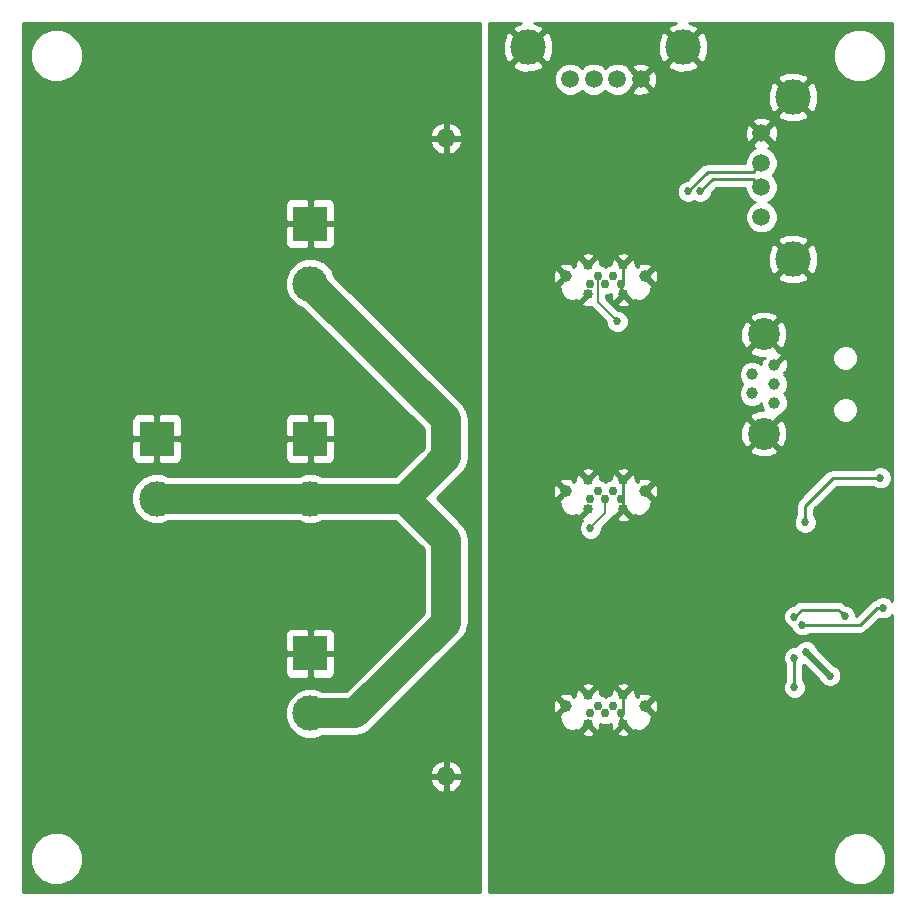
<source format=gbr>
G04 #@! TF.FileFunction,Copper,L2,Bot,Signal*
%FSLAX46Y46*%
G04 Gerber Fmt 4.6, Leading zero omitted, Abs format (unit mm)*
G04 Created by KiCad (PCBNEW 4.0.4-stable) date 05/10/17 14:11:39*
%MOMM*%
%LPD*%
G01*
G04 APERTURE LIST*
%ADD10C,0.100000*%
%ADD11R,3.000000X3.000000*%
%ADD12C,3.000000*%
%ADD13C,0.750000*%
%ADD14C,0.850000*%
%ADD15C,1.000000*%
%ADD16C,1.500000*%
%ADD17C,2.700000*%
%ADD18C,1.600000*%
%ADD19O,1.600000X1.600000*%
%ADD20C,0.685800*%
%ADD21C,0.254000*%
%ADD22C,2.540000*%
%ADD23C,0.508000*%
%ADD24C,0.152400*%
G04 APERTURE END LIST*
D10*
D11*
X62000000Y-85920000D03*
D12*
X62000000Y-91000000D03*
D11*
X75000000Y-85920000D03*
D12*
X75000000Y-91000000D03*
D11*
X75000000Y-67720000D03*
D12*
X75000000Y-72800000D03*
D11*
X75000000Y-104120000D03*
D12*
X75000000Y-109200000D03*
D13*
X100000000Y-109200000D03*
X99350000Y-108550000D03*
X98700000Y-109200000D03*
X100650000Y-108550000D03*
X101300000Y-109200000D03*
D14*
X98500000Y-107620000D03*
X101500000Y-107620000D03*
X101500000Y-110120000D03*
X98500000Y-110120000D03*
D15*
X96675000Y-108580000D03*
X103325000Y-108580000D03*
D13*
X100000000Y-91000000D03*
X99350000Y-90350000D03*
X98700000Y-91000000D03*
X100650000Y-90350000D03*
X101300000Y-91000000D03*
D14*
X98500000Y-89420000D03*
X101500000Y-89420000D03*
X101500000Y-91920000D03*
X98500000Y-91920000D03*
D15*
X96675000Y-90380000D03*
X103325000Y-90380000D03*
D13*
X100000000Y-72800000D03*
X99350000Y-72150000D03*
X98700000Y-72800000D03*
X100650000Y-72150000D03*
X101300000Y-72800000D03*
D14*
X98500000Y-71220000D03*
X101500000Y-71220000D03*
X101500000Y-73720000D03*
X98500000Y-73720000D03*
D15*
X96675000Y-72180000D03*
X103325000Y-72180000D03*
D16*
X99000000Y-55500000D03*
X101000000Y-55500000D03*
X103000000Y-55500000D03*
X97000000Y-55500000D03*
D12*
X93430000Y-52790000D03*
X106570000Y-52790000D03*
D15*
X114300000Y-81300000D03*
X114300000Y-79700000D03*
X114300000Y-82900000D03*
X112400000Y-82100000D03*
X112400000Y-80500000D03*
D17*
X113400000Y-77100000D03*
X113400000Y-85500000D03*
D16*
X113200000Y-60060000D03*
X113200000Y-62600000D03*
X113200000Y-64630000D03*
X113200000Y-67170000D03*
D12*
X115870000Y-57010000D03*
X115870000Y-70730000D03*
D18*
X86500000Y-85500000D03*
D19*
X86500000Y-60500000D03*
D18*
X86500000Y-94500000D03*
D19*
X86500000Y-114500000D03*
D20*
X123500000Y-100250000D03*
X116644398Y-101700000D03*
X119000000Y-106000000D03*
X117000000Y-104000000D03*
X120249310Y-100961227D03*
X116000000Y-101000000D03*
X116000000Y-107000000D03*
X116000000Y-104500000D03*
X123250000Y-89250000D03*
X116900000Y-93000000D03*
X101000000Y-76000000D03*
X98726362Y-93497814D03*
X108000000Y-65000000D03*
X107000000Y-65000000D03*
D21*
X121550000Y-101700000D02*
X123000000Y-100250000D01*
X123000000Y-100250000D02*
X123500000Y-100250000D01*
X116644398Y-101700000D02*
X121550000Y-101700000D01*
D22*
X86500000Y-101500000D02*
X86500000Y-94500000D01*
X78800000Y-109200000D02*
X86500000Y-101500000D01*
X75000000Y-109200000D02*
X78800000Y-109200000D01*
X86500000Y-84300000D02*
X75000000Y-72800000D01*
X86500000Y-85500000D02*
X86500000Y-84300000D01*
X75000000Y-91000000D02*
X82999364Y-91000000D01*
X82999364Y-91000000D02*
X86500000Y-87499364D01*
X86500000Y-87499364D02*
X86500000Y-85500000D01*
X75000000Y-91000000D02*
X83000000Y-91000000D01*
X83000000Y-91000000D02*
X86500000Y-94500000D01*
X62000000Y-91000000D02*
X75000000Y-91000000D01*
D21*
X101500000Y-71220000D02*
X101500000Y-72600000D01*
X101500000Y-72600000D02*
X101300000Y-72800000D01*
X101300000Y-72800000D02*
X101300000Y-73520000D01*
X101300000Y-73520000D02*
X101500000Y-73720000D01*
X101500000Y-89420000D02*
X101500000Y-90800000D01*
X101500000Y-90800000D02*
X101300000Y-91000000D01*
X101500000Y-91920000D02*
X101500000Y-91200000D01*
X101500000Y-91200000D02*
X101300000Y-91000000D01*
X101300000Y-109200000D02*
X101500000Y-109000000D01*
X101500000Y-109000000D02*
X101500000Y-107620000D01*
X101300000Y-109200000D02*
X101300000Y-109920000D01*
X101300000Y-109920000D02*
X101500000Y-110120000D01*
D23*
X119000000Y-106000000D02*
X117000000Y-104000000D01*
D21*
X119906411Y-100618328D02*
X120249310Y-100961227D01*
X119690621Y-100402538D02*
X119906411Y-100618328D01*
X116597462Y-100402538D02*
X119690621Y-100402538D01*
X116000000Y-101000000D02*
X116597462Y-100402538D01*
X116000000Y-104500000D02*
X116000000Y-107000000D01*
X116900000Y-91600000D02*
X119250000Y-89250000D01*
X119250000Y-89250000D02*
X123250000Y-89250000D01*
X116900000Y-93000000D02*
X116900000Y-91600000D01*
D24*
X99350000Y-72150000D02*
X99350000Y-74350000D01*
X99350000Y-74350000D02*
X101000000Y-76000000D01*
X100000000Y-91000000D02*
X100000000Y-92224176D01*
X100000000Y-92224176D02*
X98726362Y-93497814D01*
D21*
X98728548Y-93500000D02*
X98726362Y-93497814D01*
X113200000Y-64630000D02*
X112489607Y-63919607D01*
X112489607Y-63919607D02*
X109080393Y-63919607D01*
X109080393Y-63919607D02*
X108000000Y-65000000D01*
X113200000Y-62600000D02*
X112457187Y-63342813D01*
X112457187Y-63342813D02*
X108657187Y-63342813D01*
X108657187Y-63342813D02*
X107000000Y-65000000D01*
G36*
X92255418Y-50957261D02*
X92095635Y-51276030D01*
X93430000Y-52610395D01*
X94764365Y-51276030D01*
X94604582Y-50957261D01*
X93973819Y-50710000D01*
X105992359Y-50710000D01*
X105395418Y-50957261D01*
X105235635Y-51276030D01*
X106570000Y-52610395D01*
X107904365Y-51276030D01*
X107744582Y-50957261D01*
X107113819Y-50710000D01*
X124290000Y-50710000D01*
X124290000Y-99657212D01*
X124054659Y-99421460D01*
X123695370Y-99272270D01*
X123306337Y-99271931D01*
X122946788Y-99420493D01*
X122849093Y-99518017D01*
X122708395Y-99546004D01*
X122609377Y-99612166D01*
X122461185Y-99711184D01*
X121234370Y-100938000D01*
X121227230Y-100938000D01*
X121227379Y-100767564D01*
X121078817Y-100408015D01*
X120803969Y-100132687D01*
X120444680Y-99983497D01*
X120349127Y-99983414D01*
X120229436Y-99863723D01*
X120218370Y-99856329D01*
X119982226Y-99698542D01*
X119690621Y-99640538D01*
X116597462Y-99640538D01*
X116305857Y-99698542D01*
X116069713Y-99856329D01*
X116058647Y-99863723D01*
X115900357Y-100022013D01*
X115806337Y-100021931D01*
X115446788Y-100170493D01*
X115171460Y-100445341D01*
X115022270Y-100804630D01*
X115021931Y-101193663D01*
X115170493Y-101553212D01*
X115445341Y-101828540D01*
X115679616Y-101925819D01*
X115814891Y-102253212D01*
X116089739Y-102528540D01*
X116449028Y-102677730D01*
X116838061Y-102678069D01*
X117197610Y-102529507D01*
X117265235Y-102462000D01*
X121550000Y-102462000D01*
X121841605Y-102403996D01*
X122088815Y-102238815D01*
X123159969Y-101167662D01*
X123304630Y-101227730D01*
X123693663Y-101228069D01*
X124053212Y-101079507D01*
X124290000Y-100843132D01*
X124290000Y-124290000D01*
X90127000Y-124290000D01*
X90127000Y-121942619D01*
X119264613Y-121942619D01*
X119604155Y-122764372D01*
X120232321Y-123393636D01*
X121053481Y-123734611D01*
X121942619Y-123735387D01*
X122764372Y-123395845D01*
X123393636Y-122767679D01*
X123734611Y-121946519D01*
X123735387Y-121057381D01*
X123395845Y-120235628D01*
X122767679Y-119606364D01*
X121946519Y-119265389D01*
X121057381Y-119264613D01*
X120235628Y-119604155D01*
X119606364Y-120232321D01*
X119265389Y-121053481D01*
X119264613Y-121942619D01*
X90127000Y-121942619D01*
X90127000Y-110855553D01*
X97944052Y-110855553D01*
X97971887Y-111062950D01*
X98372939Y-111193272D01*
X98793334Y-111160199D01*
X99028113Y-111062950D01*
X99055948Y-110855553D01*
X100944052Y-110855553D01*
X100971887Y-111062950D01*
X101372939Y-111193272D01*
X101793334Y-111160199D01*
X102028113Y-111062950D01*
X102055948Y-110855553D01*
X101500000Y-110299605D01*
X100944052Y-110855553D01*
X99055948Y-110855553D01*
X98500000Y-110299605D01*
X97944052Y-110855553D01*
X90127000Y-110855553D01*
X90127000Y-108434972D01*
X95526888Y-108434972D01*
X95558783Y-108885375D01*
X95669783Y-109153352D01*
X95884896Y-109190499D01*
X96495395Y-108580000D01*
X95884896Y-107969501D01*
X95669783Y-108006648D01*
X95526888Y-108434972D01*
X90127000Y-108434972D01*
X90127000Y-107789896D01*
X96064501Y-107789896D01*
X96675000Y-108400395D01*
X96689143Y-108386253D01*
X96868748Y-108565858D01*
X96854605Y-108580000D01*
X96868748Y-108594143D01*
X96795714Y-108667176D01*
X96614485Y-108742058D01*
X96323081Y-109032954D01*
X96267289Y-109167316D01*
X96064501Y-109370104D01*
X96101648Y-109585217D01*
X96165012Y-109606356D01*
X96164821Y-109824971D01*
X96322058Y-110205515D01*
X96612954Y-110496919D01*
X96993223Y-110654820D01*
X97404971Y-110655179D01*
X97537325Y-110600492D01*
X97557050Y-110648113D01*
X97764447Y-110675948D01*
X98309099Y-110131296D01*
X98498217Y-110209824D01*
X98769666Y-110210061D01*
X99235553Y-110675948D01*
X99442950Y-110648113D01*
X99573272Y-110247061D01*
X99562647Y-110112007D01*
X99798217Y-110209824D01*
X100200020Y-110210175D01*
X100436143Y-110112611D01*
X100459801Y-110413334D01*
X100557050Y-110648113D01*
X100764447Y-110675948D01*
X101220025Y-110220370D01*
X101585301Y-110189477D01*
X101701112Y-110141507D01*
X102235553Y-110675948D01*
X102442950Y-110648113D01*
X102458895Y-110599043D01*
X102593223Y-110654820D01*
X103004971Y-110655179D01*
X103385515Y-110497942D01*
X103676919Y-110207046D01*
X103834820Y-109826777D01*
X103835008Y-109611455D01*
X103898352Y-109585217D01*
X103935499Y-109370104D01*
X103732908Y-109167513D01*
X103677942Y-109034485D01*
X103387046Y-108743081D01*
X103204314Y-108667204D01*
X103131253Y-108594143D01*
X103145395Y-108580000D01*
X103504605Y-108580000D01*
X104115104Y-109190499D01*
X104330217Y-109153352D01*
X104473112Y-108725028D01*
X104441217Y-108274625D01*
X104330217Y-108006648D01*
X104115104Y-107969501D01*
X103504605Y-108580000D01*
X103145395Y-108580000D01*
X103131253Y-108565858D01*
X103310858Y-108386253D01*
X103325000Y-108400395D01*
X103935499Y-107789896D01*
X103898352Y-107574783D01*
X103470028Y-107431888D01*
X103019625Y-107463783D01*
X102751648Y-107574783D01*
X102714501Y-107789893D01*
X102598274Y-107673666D01*
X102569743Y-107702197D01*
X102540199Y-107326666D01*
X102442950Y-107091887D01*
X102235553Y-107064052D01*
X101679605Y-107620000D01*
X101693748Y-107634143D01*
X101514143Y-107813748D01*
X101500000Y-107799605D01*
X101485858Y-107813748D01*
X101306253Y-107634143D01*
X101320395Y-107620000D01*
X100764447Y-107064052D01*
X100557050Y-107091887D01*
X100426728Y-107492939D01*
X100431032Y-107547654D01*
X100078628Y-107693264D01*
X100000112Y-107771644D01*
X99922866Y-107694263D01*
X99557172Y-107542414D01*
X99540199Y-107326666D01*
X99442950Y-107091887D01*
X99235553Y-107064052D01*
X98679605Y-107620000D01*
X98693748Y-107634143D01*
X98514143Y-107813748D01*
X98500000Y-107799605D01*
X98485858Y-107813748D01*
X98306253Y-107634143D01*
X98320395Y-107620000D01*
X97764447Y-107064052D01*
X97557050Y-107091887D01*
X97426728Y-107492939D01*
X97444295Y-107716235D01*
X97401726Y-107673666D01*
X97285499Y-107789893D01*
X97248352Y-107574783D01*
X96820028Y-107431888D01*
X96369625Y-107463783D01*
X96101648Y-107574783D01*
X96064501Y-107789896D01*
X90127000Y-107789896D01*
X90127000Y-106884447D01*
X97944052Y-106884447D01*
X98500000Y-107440395D01*
X99055948Y-106884447D01*
X100944052Y-106884447D01*
X101500000Y-107440395D01*
X102055948Y-106884447D01*
X102028113Y-106677050D01*
X101627061Y-106546728D01*
X101206666Y-106579801D01*
X100971887Y-106677050D01*
X100944052Y-106884447D01*
X99055948Y-106884447D01*
X99028113Y-106677050D01*
X98627061Y-106546728D01*
X98206666Y-106579801D01*
X97971887Y-106677050D01*
X97944052Y-106884447D01*
X90127000Y-106884447D01*
X90127000Y-104693663D01*
X115021931Y-104693663D01*
X115170493Y-105053212D01*
X115238000Y-105120837D01*
X115238000Y-106378917D01*
X115171460Y-106445341D01*
X115022270Y-106804630D01*
X115021931Y-107193663D01*
X115170493Y-107553212D01*
X115445341Y-107828540D01*
X115804630Y-107977730D01*
X116193663Y-107978069D01*
X116553212Y-107829507D01*
X116828540Y-107554659D01*
X116977730Y-107195370D01*
X116978069Y-106806337D01*
X116829507Y-106446788D01*
X116762000Y-106379163D01*
X116762000Y-105121083D01*
X116812968Y-105070204D01*
X118082137Y-106339373D01*
X118170493Y-106553212D01*
X118445341Y-106828540D01*
X118804630Y-106977730D01*
X119193663Y-106978069D01*
X119553212Y-106829507D01*
X119828540Y-106554659D01*
X119977730Y-106195370D01*
X119978069Y-105806337D01*
X119829507Y-105446788D01*
X119554659Y-105171460D01*
X119339250Y-105082014D01*
X117917863Y-103660627D01*
X117829507Y-103446788D01*
X117554659Y-103171460D01*
X117195370Y-103022270D01*
X116806337Y-103021931D01*
X116446788Y-103170493D01*
X116171460Y-103445341D01*
X116139536Y-103522221D01*
X115806337Y-103521931D01*
X115446788Y-103670493D01*
X115171460Y-103945341D01*
X115022270Y-104304630D01*
X115021931Y-104693663D01*
X90127000Y-104693663D01*
X90127000Y-90234972D01*
X95526888Y-90234972D01*
X95558783Y-90685375D01*
X95669783Y-90953352D01*
X95884896Y-90990499D01*
X96495395Y-90380000D01*
X95884896Y-89769501D01*
X95669783Y-89806648D01*
X95526888Y-90234972D01*
X90127000Y-90234972D01*
X90127000Y-89589896D01*
X96064501Y-89589896D01*
X96675000Y-90200395D01*
X96689143Y-90186253D01*
X96868748Y-90365858D01*
X96854605Y-90380000D01*
X96868748Y-90394143D01*
X96795714Y-90467176D01*
X96614485Y-90542058D01*
X96323081Y-90832954D01*
X96267289Y-90967316D01*
X96064501Y-91170104D01*
X96101648Y-91385217D01*
X96165012Y-91406356D01*
X96164821Y-91624971D01*
X96322058Y-92005515D01*
X96612954Y-92296919D01*
X96993223Y-92454820D01*
X97404971Y-92455179D01*
X97537325Y-92400492D01*
X97557050Y-92448113D01*
X97764447Y-92475948D01*
X98309099Y-91931296D01*
X98498217Y-92009824D01*
X98617961Y-92009929D01*
X98514143Y-92113748D01*
X98500000Y-92099605D01*
X97944052Y-92655553D01*
X97971887Y-92862950D01*
X97976625Y-92864490D01*
X97897822Y-92943155D01*
X97748632Y-93302444D01*
X97748293Y-93691477D01*
X97896855Y-94051026D01*
X98171703Y-94326354D01*
X98530992Y-94475544D01*
X98920025Y-94475883D01*
X99279574Y-94327321D01*
X99554902Y-94052473D01*
X99704092Y-93693184D01*
X99704238Y-93525726D01*
X100036301Y-93193663D01*
X115921931Y-93193663D01*
X116070493Y-93553212D01*
X116345341Y-93828540D01*
X116704630Y-93977730D01*
X117093663Y-93978069D01*
X117453212Y-93829507D01*
X117728540Y-93554659D01*
X117877730Y-93195370D01*
X117878069Y-92806337D01*
X117729507Y-92446788D01*
X117662000Y-92379163D01*
X117662000Y-91915630D01*
X119565630Y-90012000D01*
X122628917Y-90012000D01*
X122695341Y-90078540D01*
X123054630Y-90227730D01*
X123443663Y-90228069D01*
X123803212Y-90079507D01*
X124078540Y-89804659D01*
X124227730Y-89445370D01*
X124228069Y-89056337D01*
X124079507Y-88696788D01*
X123804659Y-88421460D01*
X123445370Y-88272270D01*
X123056337Y-88271931D01*
X122696788Y-88420493D01*
X122629163Y-88488000D01*
X119250000Y-88488000D01*
X118958395Y-88546004D01*
X118751201Y-88684447D01*
X118711185Y-88711185D01*
X116361185Y-91061185D01*
X116196004Y-91308395D01*
X116138000Y-91600000D01*
X116138000Y-92378917D01*
X116071460Y-92445341D01*
X115922270Y-92804630D01*
X115921931Y-93193663D01*
X100036301Y-93193663D01*
X100502894Y-92727070D01*
X100550680Y-92655553D01*
X100944052Y-92655553D01*
X100971887Y-92862950D01*
X101372939Y-92993272D01*
X101793334Y-92960199D01*
X102028113Y-92862950D01*
X102055948Y-92655553D01*
X101500000Y-92099605D01*
X100944052Y-92655553D01*
X100550680Y-92655553D01*
X100657063Y-92496341D01*
X100663806Y-92462441D01*
X100764447Y-92475948D01*
X101220025Y-92020370D01*
X101585301Y-91989477D01*
X101701112Y-91941507D01*
X102235553Y-92475948D01*
X102442950Y-92448113D01*
X102458895Y-92399043D01*
X102593223Y-92454820D01*
X103004971Y-92455179D01*
X103385515Y-92297942D01*
X103676919Y-92007046D01*
X103834820Y-91626777D01*
X103835008Y-91411455D01*
X103898352Y-91385217D01*
X103935499Y-91170104D01*
X103732908Y-90967513D01*
X103677942Y-90834485D01*
X103387046Y-90543081D01*
X103204314Y-90467204D01*
X103131253Y-90394143D01*
X103145395Y-90380000D01*
X103504605Y-90380000D01*
X104115104Y-90990499D01*
X104330217Y-90953352D01*
X104473112Y-90525028D01*
X104441217Y-90074625D01*
X104330217Y-89806648D01*
X104115104Y-89769501D01*
X103504605Y-90380000D01*
X103145395Y-90380000D01*
X103131253Y-90365858D01*
X103310858Y-90186253D01*
X103325000Y-90200395D01*
X103935499Y-89589896D01*
X103898352Y-89374783D01*
X103470028Y-89231888D01*
X103019625Y-89263783D01*
X102751648Y-89374783D01*
X102714501Y-89589893D01*
X102598274Y-89473666D01*
X102569743Y-89502197D01*
X102540199Y-89126666D01*
X102442950Y-88891887D01*
X102235553Y-88864052D01*
X101679605Y-89420000D01*
X101693748Y-89434143D01*
X101514143Y-89613748D01*
X101500000Y-89599605D01*
X101485858Y-89613748D01*
X101306253Y-89434143D01*
X101320395Y-89420000D01*
X100764447Y-88864052D01*
X100557050Y-88891887D01*
X100426728Y-89292939D01*
X100431032Y-89347654D01*
X100078628Y-89493264D01*
X100000112Y-89571644D01*
X99922866Y-89494263D01*
X99557172Y-89342414D01*
X99540199Y-89126666D01*
X99442950Y-88891887D01*
X99235553Y-88864052D01*
X98679605Y-89420000D01*
X98693748Y-89434143D01*
X98514143Y-89613748D01*
X98500000Y-89599605D01*
X98485858Y-89613748D01*
X98306253Y-89434143D01*
X98320395Y-89420000D01*
X97764447Y-88864052D01*
X97557050Y-88891887D01*
X97426728Y-89292939D01*
X97444295Y-89516235D01*
X97401726Y-89473666D01*
X97285499Y-89589893D01*
X97248352Y-89374783D01*
X96820028Y-89231888D01*
X96369625Y-89263783D01*
X96101648Y-89374783D01*
X96064501Y-89589896D01*
X90127000Y-89589896D01*
X90127000Y-88684447D01*
X97944052Y-88684447D01*
X98500000Y-89240395D01*
X99055948Y-88684447D01*
X100944052Y-88684447D01*
X101500000Y-89240395D01*
X102055948Y-88684447D01*
X102028113Y-88477050D01*
X101627061Y-88346728D01*
X101206666Y-88379801D01*
X100971887Y-88477050D01*
X100944052Y-88684447D01*
X99055948Y-88684447D01*
X99028113Y-88477050D01*
X98627061Y-88346728D01*
X98206666Y-88379801D01*
X97971887Y-88477050D01*
X97944052Y-88684447D01*
X90127000Y-88684447D01*
X90127000Y-86905593D01*
X112174012Y-86905593D01*
X112315478Y-87208782D01*
X113051955Y-87493737D01*
X113841418Y-87475164D01*
X114484522Y-87208782D01*
X114625988Y-86905593D01*
X113400000Y-85679605D01*
X112174012Y-86905593D01*
X90127000Y-86905593D01*
X90127000Y-85151955D01*
X111406263Y-85151955D01*
X111424836Y-85941418D01*
X111691218Y-86584522D01*
X111994407Y-86725988D01*
X113220395Y-85500000D01*
X113579605Y-85500000D01*
X114805593Y-86725988D01*
X115108782Y-86584522D01*
X115393737Y-85848045D01*
X115375164Y-85058582D01*
X115108782Y-84415478D01*
X114805593Y-84274012D01*
X113579605Y-85500000D01*
X113220395Y-85500000D01*
X111994407Y-84274012D01*
X111691218Y-84415478D01*
X111406263Y-85151955D01*
X90127000Y-85151955D01*
X90127000Y-80724775D01*
X111264803Y-80724775D01*
X111437233Y-81142086D01*
X111594867Y-81299996D01*
X111438355Y-81456235D01*
X111265197Y-81873244D01*
X111264803Y-82324775D01*
X111437233Y-82742086D01*
X111756235Y-83061645D01*
X112173244Y-83234803D01*
X112624775Y-83235197D01*
X113042086Y-83062767D01*
X113164964Y-82940103D01*
X113164803Y-83124775D01*
X113326529Y-83516180D01*
X112958582Y-83524836D01*
X112315478Y-83791218D01*
X112174012Y-84094407D01*
X113400000Y-85320395D01*
X114625988Y-84094407D01*
X114586467Y-84009706D01*
X114942086Y-83862767D01*
X115090238Y-83714873D01*
X119214812Y-83714873D01*
X119379646Y-84113800D01*
X119684595Y-84419282D01*
X120083233Y-84584811D01*
X120514873Y-84585188D01*
X120913800Y-84420354D01*
X121219282Y-84115405D01*
X121384811Y-83716767D01*
X121385188Y-83285127D01*
X121220354Y-82886200D01*
X120915405Y-82580718D01*
X120516767Y-82415189D01*
X120085127Y-82414812D01*
X119686200Y-82579646D01*
X119380718Y-82884595D01*
X119215189Y-83283233D01*
X119214812Y-83714873D01*
X115090238Y-83714873D01*
X115261645Y-83543765D01*
X115434803Y-83126756D01*
X115435197Y-82675225D01*
X115262767Y-82257914D01*
X115105133Y-82100004D01*
X115261645Y-81943765D01*
X115434803Y-81526756D01*
X115435197Y-81075225D01*
X115262767Y-80657914D01*
X115119082Y-80513978D01*
X115206334Y-80426726D01*
X115090107Y-80310499D01*
X115305217Y-80273352D01*
X115448112Y-79845028D01*
X115416217Y-79394625D01*
X115383183Y-79314873D01*
X119214812Y-79314873D01*
X119379646Y-79713800D01*
X119684595Y-80019282D01*
X120083233Y-80184811D01*
X120514873Y-80185188D01*
X120913800Y-80020354D01*
X121219282Y-79715405D01*
X121384811Y-79316767D01*
X121385188Y-78885127D01*
X121220354Y-78486200D01*
X120915405Y-78180718D01*
X120516767Y-78015189D01*
X120085127Y-78014812D01*
X119686200Y-78179646D01*
X119380718Y-78484595D01*
X119215189Y-78883233D01*
X119214812Y-79314873D01*
X115383183Y-79314873D01*
X115305217Y-79126648D01*
X115090104Y-79089501D01*
X114479605Y-79700000D01*
X114493748Y-79714143D01*
X114314143Y-79893748D01*
X114300000Y-79879605D01*
X114285858Y-79893748D01*
X114106253Y-79714143D01*
X114120395Y-79700000D01*
X114106253Y-79685858D01*
X114285858Y-79506253D01*
X114300000Y-79520395D01*
X114910499Y-78909896D01*
X114873352Y-78694783D01*
X114582922Y-78597891D01*
X114625988Y-78505593D01*
X113400000Y-77279605D01*
X112174012Y-78505593D01*
X112315478Y-78808782D01*
X113051955Y-79093737D01*
X113503506Y-79083114D01*
X113509893Y-79089501D01*
X113294783Y-79126648D01*
X113151888Y-79554972D01*
X113158877Y-79653668D01*
X113043765Y-79538355D01*
X112626756Y-79365197D01*
X112175225Y-79364803D01*
X111757914Y-79537233D01*
X111438355Y-79856235D01*
X111265197Y-80273244D01*
X111264803Y-80724775D01*
X90127000Y-80724775D01*
X90127000Y-72034972D01*
X95526888Y-72034972D01*
X95558783Y-72485375D01*
X95669783Y-72753352D01*
X95884896Y-72790499D01*
X96495395Y-72180000D01*
X95884896Y-71569501D01*
X95669783Y-71606648D01*
X95526888Y-72034972D01*
X90127000Y-72034972D01*
X90127000Y-71389896D01*
X96064501Y-71389896D01*
X96675000Y-72000395D01*
X96689143Y-71986253D01*
X96868748Y-72165858D01*
X96854605Y-72180000D01*
X96868748Y-72194143D01*
X96795714Y-72267176D01*
X96614485Y-72342058D01*
X96323081Y-72632954D01*
X96267289Y-72767316D01*
X96064501Y-72970104D01*
X96101648Y-73185217D01*
X96165012Y-73206356D01*
X96164821Y-73424971D01*
X96322058Y-73805515D01*
X96612954Y-74096919D01*
X96993223Y-74254820D01*
X97404971Y-74255179D01*
X97537325Y-74200492D01*
X97557050Y-74248113D01*
X97764447Y-74275948D01*
X98309099Y-73731296D01*
X98498217Y-73809824D01*
X98617961Y-73809929D01*
X98514143Y-73913748D01*
X98500000Y-73899605D01*
X97944052Y-74455553D01*
X97971887Y-74662950D01*
X98372939Y-74793272D01*
X98785577Y-74760809D01*
X98847106Y-74852894D01*
X100022075Y-76027864D01*
X100021931Y-76193663D01*
X100170493Y-76553212D01*
X100445341Y-76828540D01*
X100804630Y-76977730D01*
X101193663Y-76978069D01*
X101553212Y-76829507D01*
X101630899Y-76751955D01*
X111406263Y-76751955D01*
X111424836Y-77541418D01*
X111691218Y-78184522D01*
X111994407Y-78325988D01*
X113220395Y-77100000D01*
X113579605Y-77100000D01*
X114805593Y-78325988D01*
X115108782Y-78184522D01*
X115393737Y-77448045D01*
X115375164Y-76658582D01*
X115108782Y-76015478D01*
X114805593Y-75874012D01*
X113579605Y-77100000D01*
X113220395Y-77100000D01*
X111994407Y-75874012D01*
X111691218Y-76015478D01*
X111406263Y-76751955D01*
X101630899Y-76751955D01*
X101828540Y-76554659D01*
X101977730Y-76195370D01*
X101978069Y-75806337D01*
X101931821Y-75694407D01*
X112174012Y-75694407D01*
X113400000Y-76920395D01*
X114625988Y-75694407D01*
X114484522Y-75391218D01*
X113748045Y-75106263D01*
X112958582Y-75124836D01*
X112315478Y-75391218D01*
X112174012Y-75694407D01*
X101931821Y-75694407D01*
X101829507Y-75446788D01*
X101554659Y-75171460D01*
X101195370Y-75022270D01*
X101027913Y-75022124D01*
X100461342Y-74455553D01*
X100944052Y-74455553D01*
X100971887Y-74662950D01*
X101372939Y-74793272D01*
X101793334Y-74760199D01*
X102028113Y-74662950D01*
X102055948Y-74455553D01*
X101500000Y-73899605D01*
X100944052Y-74455553D01*
X100461342Y-74455553D01*
X100061200Y-74055412D01*
X100061200Y-73810054D01*
X100200020Y-73810175D01*
X100436143Y-73712611D01*
X100459801Y-74013334D01*
X100557050Y-74248113D01*
X100764447Y-74275948D01*
X101220025Y-73820370D01*
X101585301Y-73789477D01*
X101701112Y-73741507D01*
X102235553Y-74275948D01*
X102442950Y-74248113D01*
X102458895Y-74199043D01*
X102593223Y-74254820D01*
X103004971Y-74255179D01*
X103385515Y-74097942D01*
X103676919Y-73807046D01*
X103834820Y-73426777D01*
X103835008Y-73211455D01*
X103898352Y-73185217D01*
X103935499Y-72970104D01*
X103732908Y-72767513D01*
X103677942Y-72634485D01*
X103387046Y-72343081D01*
X103204314Y-72267204D01*
X103131253Y-72194143D01*
X103145395Y-72180000D01*
X103504605Y-72180000D01*
X104115104Y-72790499D01*
X104330217Y-72753352D01*
X104473112Y-72325028D01*
X104467372Y-72243970D01*
X114535635Y-72243970D01*
X114695418Y-72562739D01*
X115486187Y-72872723D01*
X116335387Y-72856497D01*
X117044582Y-72562739D01*
X117204365Y-72243970D01*
X115870000Y-70909605D01*
X114535635Y-72243970D01*
X104467372Y-72243970D01*
X104441217Y-71874625D01*
X104330217Y-71606648D01*
X104115104Y-71569501D01*
X103504605Y-72180000D01*
X103145395Y-72180000D01*
X103131253Y-72165858D01*
X103310858Y-71986253D01*
X103325000Y-72000395D01*
X103935499Y-71389896D01*
X103898352Y-71174783D01*
X103470028Y-71031888D01*
X103019625Y-71063783D01*
X102751648Y-71174783D01*
X102714501Y-71389893D01*
X102598274Y-71273666D01*
X102569743Y-71302197D01*
X102540199Y-70926666D01*
X102442950Y-70691887D01*
X102235553Y-70664052D01*
X101679605Y-71220000D01*
X101693748Y-71234143D01*
X101514143Y-71413748D01*
X101500000Y-71399605D01*
X101485858Y-71413748D01*
X101306253Y-71234143D01*
X101320395Y-71220000D01*
X100764447Y-70664052D01*
X100557050Y-70691887D01*
X100426728Y-71092939D01*
X100431032Y-71147654D01*
X100078628Y-71293264D01*
X100000112Y-71371644D01*
X99922866Y-71294263D01*
X99557172Y-71142414D01*
X99540199Y-70926666D01*
X99442950Y-70691887D01*
X99235553Y-70664052D01*
X98679605Y-71220000D01*
X98693748Y-71234143D01*
X98514143Y-71413748D01*
X98500000Y-71399605D01*
X98485858Y-71413748D01*
X98306253Y-71234143D01*
X98320395Y-71220000D01*
X97764447Y-70664052D01*
X97557050Y-70691887D01*
X97426728Y-71092939D01*
X97444295Y-71316235D01*
X97401726Y-71273666D01*
X97285499Y-71389893D01*
X97248352Y-71174783D01*
X96820028Y-71031888D01*
X96369625Y-71063783D01*
X96101648Y-71174783D01*
X96064501Y-71389896D01*
X90127000Y-71389896D01*
X90127000Y-70484447D01*
X97944052Y-70484447D01*
X98500000Y-71040395D01*
X99055948Y-70484447D01*
X100944052Y-70484447D01*
X101500000Y-71040395D01*
X102055948Y-70484447D01*
X102037392Y-70346187D01*
X113727277Y-70346187D01*
X113743503Y-71195387D01*
X114037261Y-71904582D01*
X114356030Y-72064365D01*
X115690395Y-70730000D01*
X116049605Y-70730000D01*
X117383970Y-72064365D01*
X117702739Y-71904582D01*
X118012723Y-71113813D01*
X117996497Y-70264613D01*
X117702739Y-69555418D01*
X117383970Y-69395635D01*
X116049605Y-70730000D01*
X115690395Y-70730000D01*
X114356030Y-69395635D01*
X114037261Y-69555418D01*
X113727277Y-70346187D01*
X102037392Y-70346187D01*
X102028113Y-70277050D01*
X101627061Y-70146728D01*
X101206666Y-70179801D01*
X100971887Y-70277050D01*
X100944052Y-70484447D01*
X99055948Y-70484447D01*
X99028113Y-70277050D01*
X98627061Y-70146728D01*
X98206666Y-70179801D01*
X97971887Y-70277050D01*
X97944052Y-70484447D01*
X90127000Y-70484447D01*
X90127000Y-69216030D01*
X114535635Y-69216030D01*
X115870000Y-70550395D01*
X117204365Y-69216030D01*
X117044582Y-68897261D01*
X116253813Y-68587277D01*
X115404613Y-68603503D01*
X114695418Y-68897261D01*
X114535635Y-69216030D01*
X90127000Y-69216030D01*
X90127000Y-65193663D01*
X106021931Y-65193663D01*
X106170493Y-65553212D01*
X106445341Y-65828540D01*
X106804630Y-65977730D01*
X107193663Y-65978069D01*
X107500311Y-65851365D01*
X107804630Y-65977730D01*
X108193663Y-65978069D01*
X108553212Y-65829507D01*
X108828540Y-65554659D01*
X108977730Y-65195370D01*
X108977813Y-65099817D01*
X109396024Y-64681607D01*
X111814954Y-64681607D01*
X111814760Y-64904285D01*
X112025169Y-65413515D01*
X112414436Y-65803461D01*
X112646870Y-65899976D01*
X112416485Y-65995169D01*
X112026539Y-66384436D01*
X111815241Y-66893298D01*
X111814760Y-67444285D01*
X112025169Y-67953515D01*
X112414436Y-68343461D01*
X112923298Y-68554759D01*
X113474285Y-68555240D01*
X113983515Y-68344831D01*
X114373461Y-67955564D01*
X114584759Y-67446702D01*
X114585240Y-66895715D01*
X114374831Y-66386485D01*
X113985564Y-65996539D01*
X113753130Y-65900024D01*
X113983515Y-65804831D01*
X114373461Y-65415564D01*
X114584759Y-64906702D01*
X114585240Y-64355715D01*
X114374831Y-63846485D01*
X114143687Y-63614938D01*
X114373461Y-63385564D01*
X114584759Y-62876702D01*
X114585240Y-62325715D01*
X114374831Y-61816485D01*
X113985564Y-61426539D01*
X113769021Y-61336623D01*
X113923923Y-61272460D01*
X113991912Y-61031517D01*
X113200000Y-60239605D01*
X112408088Y-61031517D01*
X112476077Y-61272460D01*
X112642621Y-61331732D01*
X112416485Y-61425169D01*
X112026539Y-61814436D01*
X111815241Y-62323298D01*
X111815016Y-62580813D01*
X108657187Y-62580813D01*
X108365582Y-62638817D01*
X108118371Y-62803998D01*
X106900357Y-64022013D01*
X106806337Y-64021931D01*
X106446788Y-64170493D01*
X106171460Y-64445341D01*
X106022270Y-64804630D01*
X106021931Y-65193663D01*
X90127000Y-65193663D01*
X90127000Y-59855171D01*
X111802799Y-59855171D01*
X111830770Y-60405448D01*
X111987540Y-60783923D01*
X112228483Y-60851912D01*
X113020395Y-60060000D01*
X113379605Y-60060000D01*
X114171517Y-60851912D01*
X114412460Y-60783923D01*
X114597201Y-60264829D01*
X114569230Y-59714552D01*
X114412460Y-59336077D01*
X114171517Y-59268088D01*
X113379605Y-60060000D01*
X113020395Y-60060000D01*
X112228483Y-59268088D01*
X111987540Y-59336077D01*
X111802799Y-59855171D01*
X90127000Y-59855171D01*
X90127000Y-59088483D01*
X112408088Y-59088483D01*
X113200000Y-59880395D01*
X113991912Y-59088483D01*
X113923923Y-58847540D01*
X113404829Y-58662799D01*
X112854552Y-58690770D01*
X112476077Y-58847540D01*
X112408088Y-59088483D01*
X90127000Y-59088483D01*
X90127000Y-58523970D01*
X114535635Y-58523970D01*
X114695418Y-58842739D01*
X115486187Y-59152723D01*
X116335387Y-59136497D01*
X117044582Y-58842739D01*
X117204365Y-58523970D01*
X115870000Y-57189605D01*
X114535635Y-58523970D01*
X90127000Y-58523970D01*
X90127000Y-55774285D01*
X95614760Y-55774285D01*
X95825169Y-56283515D01*
X96214436Y-56673461D01*
X96723298Y-56884759D01*
X97274285Y-56885240D01*
X97783515Y-56674831D01*
X98000036Y-56458687D01*
X98214436Y-56673461D01*
X98723298Y-56884759D01*
X99274285Y-56885240D01*
X99783515Y-56674831D01*
X100000036Y-56458687D01*
X100214436Y-56673461D01*
X100723298Y-56884759D01*
X101274285Y-56885240D01*
X101783515Y-56674831D01*
X101987183Y-56471517D01*
X102208088Y-56471517D01*
X102276077Y-56712460D01*
X102795171Y-56897201D01*
X103345448Y-56869230D01*
X103723923Y-56712460D01*
X103748267Y-56626187D01*
X113727277Y-56626187D01*
X113743503Y-57475387D01*
X114037261Y-58184582D01*
X114356030Y-58344365D01*
X115690395Y-57010000D01*
X116049605Y-57010000D01*
X117383970Y-58344365D01*
X117702739Y-58184582D01*
X118012723Y-57393813D01*
X117996497Y-56544613D01*
X117702739Y-55835418D01*
X117383970Y-55675635D01*
X116049605Y-57010000D01*
X115690395Y-57010000D01*
X114356030Y-55675635D01*
X114037261Y-55835418D01*
X113727277Y-56626187D01*
X103748267Y-56626187D01*
X103791912Y-56471517D01*
X103000000Y-55679605D01*
X102208088Y-56471517D01*
X101987183Y-56471517D01*
X102173461Y-56285564D01*
X102271901Y-56048494D01*
X102820395Y-55500000D01*
X103179605Y-55500000D01*
X103971517Y-56291912D01*
X104212460Y-56223923D01*
X104397201Y-55704829D01*
X104386588Y-55496030D01*
X114535635Y-55496030D01*
X115870000Y-56830395D01*
X117204365Y-55496030D01*
X117044582Y-55177261D01*
X116253813Y-54867277D01*
X115404613Y-54883503D01*
X114695418Y-55177261D01*
X114535635Y-55496030D01*
X104386588Y-55496030D01*
X104369230Y-55154552D01*
X104212460Y-54776077D01*
X103971517Y-54708088D01*
X103179605Y-55500000D01*
X102820395Y-55500000D01*
X102271967Y-54951572D01*
X102174831Y-54716485D01*
X101987157Y-54528483D01*
X102208088Y-54528483D01*
X103000000Y-55320395D01*
X103791912Y-54528483D01*
X103728560Y-54303970D01*
X105235635Y-54303970D01*
X105395418Y-54622739D01*
X106186187Y-54932723D01*
X107035387Y-54916497D01*
X107744582Y-54622739D01*
X107904365Y-54303970D01*
X106570000Y-52969605D01*
X105235635Y-54303970D01*
X103728560Y-54303970D01*
X103723923Y-54287540D01*
X103204829Y-54102799D01*
X102654552Y-54130770D01*
X102276077Y-54287540D01*
X102208088Y-54528483D01*
X101987157Y-54528483D01*
X101785564Y-54326539D01*
X101276702Y-54115241D01*
X100725715Y-54114760D01*
X100216485Y-54325169D01*
X99999964Y-54541313D01*
X99785564Y-54326539D01*
X99276702Y-54115241D01*
X98725715Y-54114760D01*
X98216485Y-54325169D01*
X97999964Y-54541313D01*
X97785564Y-54326539D01*
X97276702Y-54115241D01*
X96725715Y-54114760D01*
X96216485Y-54325169D01*
X95826539Y-54714436D01*
X95615241Y-55223298D01*
X95614760Y-55774285D01*
X90127000Y-55774285D01*
X90127000Y-54303970D01*
X92095635Y-54303970D01*
X92255418Y-54622739D01*
X93046187Y-54932723D01*
X93895387Y-54916497D01*
X94604582Y-54622739D01*
X94764365Y-54303970D01*
X93430000Y-52969605D01*
X92095635Y-54303970D01*
X90127000Y-54303970D01*
X90127000Y-52406187D01*
X91287277Y-52406187D01*
X91303503Y-53255387D01*
X91597261Y-53964582D01*
X91916030Y-54124365D01*
X93250395Y-52790000D01*
X93609605Y-52790000D01*
X94943970Y-54124365D01*
X95262739Y-53964582D01*
X95572723Y-53173813D01*
X95558056Y-52406187D01*
X104427277Y-52406187D01*
X104443503Y-53255387D01*
X104737261Y-53964582D01*
X105056030Y-54124365D01*
X106390395Y-52790000D01*
X106749605Y-52790000D01*
X108083970Y-54124365D01*
X108402739Y-53964582D01*
X108411348Y-53942619D01*
X119264613Y-53942619D01*
X119604155Y-54764372D01*
X120232321Y-55393636D01*
X121053481Y-55734611D01*
X121942619Y-55735387D01*
X122764372Y-55395845D01*
X123393636Y-54767679D01*
X123734611Y-53946519D01*
X123735387Y-53057381D01*
X123395845Y-52235628D01*
X122767679Y-51606364D01*
X121946519Y-51265389D01*
X121057381Y-51264613D01*
X120235628Y-51604155D01*
X119606364Y-52232321D01*
X119265389Y-53053481D01*
X119264613Y-53942619D01*
X108411348Y-53942619D01*
X108712723Y-53173813D01*
X108696497Y-52324613D01*
X108402739Y-51615418D01*
X108083970Y-51455635D01*
X106749605Y-52790000D01*
X106390395Y-52790000D01*
X105056030Y-51455635D01*
X104737261Y-51615418D01*
X104427277Y-52406187D01*
X95558056Y-52406187D01*
X95556497Y-52324613D01*
X95262739Y-51615418D01*
X94943970Y-51455635D01*
X93609605Y-52790000D01*
X93250395Y-52790000D01*
X91916030Y-51455635D01*
X91597261Y-51615418D01*
X91287277Y-52406187D01*
X90127000Y-52406187D01*
X90127000Y-50710000D01*
X92852359Y-50710000D01*
X92255418Y-50957261D01*
X92255418Y-50957261D01*
G37*
X92255418Y-50957261D02*
X92095635Y-51276030D01*
X93430000Y-52610395D01*
X94764365Y-51276030D01*
X94604582Y-50957261D01*
X93973819Y-50710000D01*
X105992359Y-50710000D01*
X105395418Y-50957261D01*
X105235635Y-51276030D01*
X106570000Y-52610395D01*
X107904365Y-51276030D01*
X107744582Y-50957261D01*
X107113819Y-50710000D01*
X124290000Y-50710000D01*
X124290000Y-99657212D01*
X124054659Y-99421460D01*
X123695370Y-99272270D01*
X123306337Y-99271931D01*
X122946788Y-99420493D01*
X122849093Y-99518017D01*
X122708395Y-99546004D01*
X122609377Y-99612166D01*
X122461185Y-99711184D01*
X121234370Y-100938000D01*
X121227230Y-100938000D01*
X121227379Y-100767564D01*
X121078817Y-100408015D01*
X120803969Y-100132687D01*
X120444680Y-99983497D01*
X120349127Y-99983414D01*
X120229436Y-99863723D01*
X120218370Y-99856329D01*
X119982226Y-99698542D01*
X119690621Y-99640538D01*
X116597462Y-99640538D01*
X116305857Y-99698542D01*
X116069713Y-99856329D01*
X116058647Y-99863723D01*
X115900357Y-100022013D01*
X115806337Y-100021931D01*
X115446788Y-100170493D01*
X115171460Y-100445341D01*
X115022270Y-100804630D01*
X115021931Y-101193663D01*
X115170493Y-101553212D01*
X115445341Y-101828540D01*
X115679616Y-101925819D01*
X115814891Y-102253212D01*
X116089739Y-102528540D01*
X116449028Y-102677730D01*
X116838061Y-102678069D01*
X117197610Y-102529507D01*
X117265235Y-102462000D01*
X121550000Y-102462000D01*
X121841605Y-102403996D01*
X122088815Y-102238815D01*
X123159969Y-101167662D01*
X123304630Y-101227730D01*
X123693663Y-101228069D01*
X124053212Y-101079507D01*
X124290000Y-100843132D01*
X124290000Y-124290000D01*
X90127000Y-124290000D01*
X90127000Y-121942619D01*
X119264613Y-121942619D01*
X119604155Y-122764372D01*
X120232321Y-123393636D01*
X121053481Y-123734611D01*
X121942619Y-123735387D01*
X122764372Y-123395845D01*
X123393636Y-122767679D01*
X123734611Y-121946519D01*
X123735387Y-121057381D01*
X123395845Y-120235628D01*
X122767679Y-119606364D01*
X121946519Y-119265389D01*
X121057381Y-119264613D01*
X120235628Y-119604155D01*
X119606364Y-120232321D01*
X119265389Y-121053481D01*
X119264613Y-121942619D01*
X90127000Y-121942619D01*
X90127000Y-110855553D01*
X97944052Y-110855553D01*
X97971887Y-111062950D01*
X98372939Y-111193272D01*
X98793334Y-111160199D01*
X99028113Y-111062950D01*
X99055948Y-110855553D01*
X100944052Y-110855553D01*
X100971887Y-111062950D01*
X101372939Y-111193272D01*
X101793334Y-111160199D01*
X102028113Y-111062950D01*
X102055948Y-110855553D01*
X101500000Y-110299605D01*
X100944052Y-110855553D01*
X99055948Y-110855553D01*
X98500000Y-110299605D01*
X97944052Y-110855553D01*
X90127000Y-110855553D01*
X90127000Y-108434972D01*
X95526888Y-108434972D01*
X95558783Y-108885375D01*
X95669783Y-109153352D01*
X95884896Y-109190499D01*
X96495395Y-108580000D01*
X95884896Y-107969501D01*
X95669783Y-108006648D01*
X95526888Y-108434972D01*
X90127000Y-108434972D01*
X90127000Y-107789896D01*
X96064501Y-107789896D01*
X96675000Y-108400395D01*
X96689143Y-108386253D01*
X96868748Y-108565858D01*
X96854605Y-108580000D01*
X96868748Y-108594143D01*
X96795714Y-108667176D01*
X96614485Y-108742058D01*
X96323081Y-109032954D01*
X96267289Y-109167316D01*
X96064501Y-109370104D01*
X96101648Y-109585217D01*
X96165012Y-109606356D01*
X96164821Y-109824971D01*
X96322058Y-110205515D01*
X96612954Y-110496919D01*
X96993223Y-110654820D01*
X97404971Y-110655179D01*
X97537325Y-110600492D01*
X97557050Y-110648113D01*
X97764447Y-110675948D01*
X98309099Y-110131296D01*
X98498217Y-110209824D01*
X98769666Y-110210061D01*
X99235553Y-110675948D01*
X99442950Y-110648113D01*
X99573272Y-110247061D01*
X99562647Y-110112007D01*
X99798217Y-110209824D01*
X100200020Y-110210175D01*
X100436143Y-110112611D01*
X100459801Y-110413334D01*
X100557050Y-110648113D01*
X100764447Y-110675948D01*
X101220025Y-110220370D01*
X101585301Y-110189477D01*
X101701112Y-110141507D01*
X102235553Y-110675948D01*
X102442950Y-110648113D01*
X102458895Y-110599043D01*
X102593223Y-110654820D01*
X103004971Y-110655179D01*
X103385515Y-110497942D01*
X103676919Y-110207046D01*
X103834820Y-109826777D01*
X103835008Y-109611455D01*
X103898352Y-109585217D01*
X103935499Y-109370104D01*
X103732908Y-109167513D01*
X103677942Y-109034485D01*
X103387046Y-108743081D01*
X103204314Y-108667204D01*
X103131253Y-108594143D01*
X103145395Y-108580000D01*
X103504605Y-108580000D01*
X104115104Y-109190499D01*
X104330217Y-109153352D01*
X104473112Y-108725028D01*
X104441217Y-108274625D01*
X104330217Y-108006648D01*
X104115104Y-107969501D01*
X103504605Y-108580000D01*
X103145395Y-108580000D01*
X103131253Y-108565858D01*
X103310858Y-108386253D01*
X103325000Y-108400395D01*
X103935499Y-107789896D01*
X103898352Y-107574783D01*
X103470028Y-107431888D01*
X103019625Y-107463783D01*
X102751648Y-107574783D01*
X102714501Y-107789893D01*
X102598274Y-107673666D01*
X102569743Y-107702197D01*
X102540199Y-107326666D01*
X102442950Y-107091887D01*
X102235553Y-107064052D01*
X101679605Y-107620000D01*
X101693748Y-107634143D01*
X101514143Y-107813748D01*
X101500000Y-107799605D01*
X101485858Y-107813748D01*
X101306253Y-107634143D01*
X101320395Y-107620000D01*
X100764447Y-107064052D01*
X100557050Y-107091887D01*
X100426728Y-107492939D01*
X100431032Y-107547654D01*
X100078628Y-107693264D01*
X100000112Y-107771644D01*
X99922866Y-107694263D01*
X99557172Y-107542414D01*
X99540199Y-107326666D01*
X99442950Y-107091887D01*
X99235553Y-107064052D01*
X98679605Y-107620000D01*
X98693748Y-107634143D01*
X98514143Y-107813748D01*
X98500000Y-107799605D01*
X98485858Y-107813748D01*
X98306253Y-107634143D01*
X98320395Y-107620000D01*
X97764447Y-107064052D01*
X97557050Y-107091887D01*
X97426728Y-107492939D01*
X97444295Y-107716235D01*
X97401726Y-107673666D01*
X97285499Y-107789893D01*
X97248352Y-107574783D01*
X96820028Y-107431888D01*
X96369625Y-107463783D01*
X96101648Y-107574783D01*
X96064501Y-107789896D01*
X90127000Y-107789896D01*
X90127000Y-106884447D01*
X97944052Y-106884447D01*
X98500000Y-107440395D01*
X99055948Y-106884447D01*
X100944052Y-106884447D01*
X101500000Y-107440395D01*
X102055948Y-106884447D01*
X102028113Y-106677050D01*
X101627061Y-106546728D01*
X101206666Y-106579801D01*
X100971887Y-106677050D01*
X100944052Y-106884447D01*
X99055948Y-106884447D01*
X99028113Y-106677050D01*
X98627061Y-106546728D01*
X98206666Y-106579801D01*
X97971887Y-106677050D01*
X97944052Y-106884447D01*
X90127000Y-106884447D01*
X90127000Y-104693663D01*
X115021931Y-104693663D01*
X115170493Y-105053212D01*
X115238000Y-105120837D01*
X115238000Y-106378917D01*
X115171460Y-106445341D01*
X115022270Y-106804630D01*
X115021931Y-107193663D01*
X115170493Y-107553212D01*
X115445341Y-107828540D01*
X115804630Y-107977730D01*
X116193663Y-107978069D01*
X116553212Y-107829507D01*
X116828540Y-107554659D01*
X116977730Y-107195370D01*
X116978069Y-106806337D01*
X116829507Y-106446788D01*
X116762000Y-106379163D01*
X116762000Y-105121083D01*
X116812968Y-105070204D01*
X118082137Y-106339373D01*
X118170493Y-106553212D01*
X118445341Y-106828540D01*
X118804630Y-106977730D01*
X119193663Y-106978069D01*
X119553212Y-106829507D01*
X119828540Y-106554659D01*
X119977730Y-106195370D01*
X119978069Y-105806337D01*
X119829507Y-105446788D01*
X119554659Y-105171460D01*
X119339250Y-105082014D01*
X117917863Y-103660627D01*
X117829507Y-103446788D01*
X117554659Y-103171460D01*
X117195370Y-103022270D01*
X116806337Y-103021931D01*
X116446788Y-103170493D01*
X116171460Y-103445341D01*
X116139536Y-103522221D01*
X115806337Y-103521931D01*
X115446788Y-103670493D01*
X115171460Y-103945341D01*
X115022270Y-104304630D01*
X115021931Y-104693663D01*
X90127000Y-104693663D01*
X90127000Y-90234972D01*
X95526888Y-90234972D01*
X95558783Y-90685375D01*
X95669783Y-90953352D01*
X95884896Y-90990499D01*
X96495395Y-90380000D01*
X95884896Y-89769501D01*
X95669783Y-89806648D01*
X95526888Y-90234972D01*
X90127000Y-90234972D01*
X90127000Y-89589896D01*
X96064501Y-89589896D01*
X96675000Y-90200395D01*
X96689143Y-90186253D01*
X96868748Y-90365858D01*
X96854605Y-90380000D01*
X96868748Y-90394143D01*
X96795714Y-90467176D01*
X96614485Y-90542058D01*
X96323081Y-90832954D01*
X96267289Y-90967316D01*
X96064501Y-91170104D01*
X96101648Y-91385217D01*
X96165012Y-91406356D01*
X96164821Y-91624971D01*
X96322058Y-92005515D01*
X96612954Y-92296919D01*
X96993223Y-92454820D01*
X97404971Y-92455179D01*
X97537325Y-92400492D01*
X97557050Y-92448113D01*
X97764447Y-92475948D01*
X98309099Y-91931296D01*
X98498217Y-92009824D01*
X98617961Y-92009929D01*
X98514143Y-92113748D01*
X98500000Y-92099605D01*
X97944052Y-92655553D01*
X97971887Y-92862950D01*
X97976625Y-92864490D01*
X97897822Y-92943155D01*
X97748632Y-93302444D01*
X97748293Y-93691477D01*
X97896855Y-94051026D01*
X98171703Y-94326354D01*
X98530992Y-94475544D01*
X98920025Y-94475883D01*
X99279574Y-94327321D01*
X99554902Y-94052473D01*
X99704092Y-93693184D01*
X99704238Y-93525726D01*
X100036301Y-93193663D01*
X115921931Y-93193663D01*
X116070493Y-93553212D01*
X116345341Y-93828540D01*
X116704630Y-93977730D01*
X117093663Y-93978069D01*
X117453212Y-93829507D01*
X117728540Y-93554659D01*
X117877730Y-93195370D01*
X117878069Y-92806337D01*
X117729507Y-92446788D01*
X117662000Y-92379163D01*
X117662000Y-91915630D01*
X119565630Y-90012000D01*
X122628917Y-90012000D01*
X122695341Y-90078540D01*
X123054630Y-90227730D01*
X123443663Y-90228069D01*
X123803212Y-90079507D01*
X124078540Y-89804659D01*
X124227730Y-89445370D01*
X124228069Y-89056337D01*
X124079507Y-88696788D01*
X123804659Y-88421460D01*
X123445370Y-88272270D01*
X123056337Y-88271931D01*
X122696788Y-88420493D01*
X122629163Y-88488000D01*
X119250000Y-88488000D01*
X118958395Y-88546004D01*
X118751201Y-88684447D01*
X118711185Y-88711185D01*
X116361185Y-91061185D01*
X116196004Y-91308395D01*
X116138000Y-91600000D01*
X116138000Y-92378917D01*
X116071460Y-92445341D01*
X115922270Y-92804630D01*
X115921931Y-93193663D01*
X100036301Y-93193663D01*
X100502894Y-92727070D01*
X100550680Y-92655553D01*
X100944052Y-92655553D01*
X100971887Y-92862950D01*
X101372939Y-92993272D01*
X101793334Y-92960199D01*
X102028113Y-92862950D01*
X102055948Y-92655553D01*
X101500000Y-92099605D01*
X100944052Y-92655553D01*
X100550680Y-92655553D01*
X100657063Y-92496341D01*
X100663806Y-92462441D01*
X100764447Y-92475948D01*
X101220025Y-92020370D01*
X101585301Y-91989477D01*
X101701112Y-91941507D01*
X102235553Y-92475948D01*
X102442950Y-92448113D01*
X102458895Y-92399043D01*
X102593223Y-92454820D01*
X103004971Y-92455179D01*
X103385515Y-92297942D01*
X103676919Y-92007046D01*
X103834820Y-91626777D01*
X103835008Y-91411455D01*
X103898352Y-91385217D01*
X103935499Y-91170104D01*
X103732908Y-90967513D01*
X103677942Y-90834485D01*
X103387046Y-90543081D01*
X103204314Y-90467204D01*
X103131253Y-90394143D01*
X103145395Y-90380000D01*
X103504605Y-90380000D01*
X104115104Y-90990499D01*
X104330217Y-90953352D01*
X104473112Y-90525028D01*
X104441217Y-90074625D01*
X104330217Y-89806648D01*
X104115104Y-89769501D01*
X103504605Y-90380000D01*
X103145395Y-90380000D01*
X103131253Y-90365858D01*
X103310858Y-90186253D01*
X103325000Y-90200395D01*
X103935499Y-89589896D01*
X103898352Y-89374783D01*
X103470028Y-89231888D01*
X103019625Y-89263783D01*
X102751648Y-89374783D01*
X102714501Y-89589893D01*
X102598274Y-89473666D01*
X102569743Y-89502197D01*
X102540199Y-89126666D01*
X102442950Y-88891887D01*
X102235553Y-88864052D01*
X101679605Y-89420000D01*
X101693748Y-89434143D01*
X101514143Y-89613748D01*
X101500000Y-89599605D01*
X101485858Y-89613748D01*
X101306253Y-89434143D01*
X101320395Y-89420000D01*
X100764447Y-88864052D01*
X100557050Y-88891887D01*
X100426728Y-89292939D01*
X100431032Y-89347654D01*
X100078628Y-89493264D01*
X100000112Y-89571644D01*
X99922866Y-89494263D01*
X99557172Y-89342414D01*
X99540199Y-89126666D01*
X99442950Y-88891887D01*
X99235553Y-88864052D01*
X98679605Y-89420000D01*
X98693748Y-89434143D01*
X98514143Y-89613748D01*
X98500000Y-89599605D01*
X98485858Y-89613748D01*
X98306253Y-89434143D01*
X98320395Y-89420000D01*
X97764447Y-88864052D01*
X97557050Y-88891887D01*
X97426728Y-89292939D01*
X97444295Y-89516235D01*
X97401726Y-89473666D01*
X97285499Y-89589893D01*
X97248352Y-89374783D01*
X96820028Y-89231888D01*
X96369625Y-89263783D01*
X96101648Y-89374783D01*
X96064501Y-89589896D01*
X90127000Y-89589896D01*
X90127000Y-88684447D01*
X97944052Y-88684447D01*
X98500000Y-89240395D01*
X99055948Y-88684447D01*
X100944052Y-88684447D01*
X101500000Y-89240395D01*
X102055948Y-88684447D01*
X102028113Y-88477050D01*
X101627061Y-88346728D01*
X101206666Y-88379801D01*
X100971887Y-88477050D01*
X100944052Y-88684447D01*
X99055948Y-88684447D01*
X99028113Y-88477050D01*
X98627061Y-88346728D01*
X98206666Y-88379801D01*
X97971887Y-88477050D01*
X97944052Y-88684447D01*
X90127000Y-88684447D01*
X90127000Y-86905593D01*
X112174012Y-86905593D01*
X112315478Y-87208782D01*
X113051955Y-87493737D01*
X113841418Y-87475164D01*
X114484522Y-87208782D01*
X114625988Y-86905593D01*
X113400000Y-85679605D01*
X112174012Y-86905593D01*
X90127000Y-86905593D01*
X90127000Y-85151955D01*
X111406263Y-85151955D01*
X111424836Y-85941418D01*
X111691218Y-86584522D01*
X111994407Y-86725988D01*
X113220395Y-85500000D01*
X113579605Y-85500000D01*
X114805593Y-86725988D01*
X115108782Y-86584522D01*
X115393737Y-85848045D01*
X115375164Y-85058582D01*
X115108782Y-84415478D01*
X114805593Y-84274012D01*
X113579605Y-85500000D01*
X113220395Y-85500000D01*
X111994407Y-84274012D01*
X111691218Y-84415478D01*
X111406263Y-85151955D01*
X90127000Y-85151955D01*
X90127000Y-80724775D01*
X111264803Y-80724775D01*
X111437233Y-81142086D01*
X111594867Y-81299996D01*
X111438355Y-81456235D01*
X111265197Y-81873244D01*
X111264803Y-82324775D01*
X111437233Y-82742086D01*
X111756235Y-83061645D01*
X112173244Y-83234803D01*
X112624775Y-83235197D01*
X113042086Y-83062767D01*
X113164964Y-82940103D01*
X113164803Y-83124775D01*
X113326529Y-83516180D01*
X112958582Y-83524836D01*
X112315478Y-83791218D01*
X112174012Y-84094407D01*
X113400000Y-85320395D01*
X114625988Y-84094407D01*
X114586467Y-84009706D01*
X114942086Y-83862767D01*
X115090238Y-83714873D01*
X119214812Y-83714873D01*
X119379646Y-84113800D01*
X119684595Y-84419282D01*
X120083233Y-84584811D01*
X120514873Y-84585188D01*
X120913800Y-84420354D01*
X121219282Y-84115405D01*
X121384811Y-83716767D01*
X121385188Y-83285127D01*
X121220354Y-82886200D01*
X120915405Y-82580718D01*
X120516767Y-82415189D01*
X120085127Y-82414812D01*
X119686200Y-82579646D01*
X119380718Y-82884595D01*
X119215189Y-83283233D01*
X119214812Y-83714873D01*
X115090238Y-83714873D01*
X115261645Y-83543765D01*
X115434803Y-83126756D01*
X115435197Y-82675225D01*
X115262767Y-82257914D01*
X115105133Y-82100004D01*
X115261645Y-81943765D01*
X115434803Y-81526756D01*
X115435197Y-81075225D01*
X115262767Y-80657914D01*
X115119082Y-80513978D01*
X115206334Y-80426726D01*
X115090107Y-80310499D01*
X115305217Y-80273352D01*
X115448112Y-79845028D01*
X115416217Y-79394625D01*
X115383183Y-79314873D01*
X119214812Y-79314873D01*
X119379646Y-79713800D01*
X119684595Y-80019282D01*
X120083233Y-80184811D01*
X120514873Y-80185188D01*
X120913800Y-80020354D01*
X121219282Y-79715405D01*
X121384811Y-79316767D01*
X121385188Y-78885127D01*
X121220354Y-78486200D01*
X120915405Y-78180718D01*
X120516767Y-78015189D01*
X120085127Y-78014812D01*
X119686200Y-78179646D01*
X119380718Y-78484595D01*
X119215189Y-78883233D01*
X119214812Y-79314873D01*
X115383183Y-79314873D01*
X115305217Y-79126648D01*
X115090104Y-79089501D01*
X114479605Y-79700000D01*
X114493748Y-79714143D01*
X114314143Y-79893748D01*
X114300000Y-79879605D01*
X114285858Y-79893748D01*
X114106253Y-79714143D01*
X114120395Y-79700000D01*
X114106253Y-79685858D01*
X114285858Y-79506253D01*
X114300000Y-79520395D01*
X114910499Y-78909896D01*
X114873352Y-78694783D01*
X114582922Y-78597891D01*
X114625988Y-78505593D01*
X113400000Y-77279605D01*
X112174012Y-78505593D01*
X112315478Y-78808782D01*
X113051955Y-79093737D01*
X113503506Y-79083114D01*
X113509893Y-79089501D01*
X113294783Y-79126648D01*
X113151888Y-79554972D01*
X113158877Y-79653668D01*
X113043765Y-79538355D01*
X112626756Y-79365197D01*
X112175225Y-79364803D01*
X111757914Y-79537233D01*
X111438355Y-79856235D01*
X111265197Y-80273244D01*
X111264803Y-80724775D01*
X90127000Y-80724775D01*
X90127000Y-72034972D01*
X95526888Y-72034972D01*
X95558783Y-72485375D01*
X95669783Y-72753352D01*
X95884896Y-72790499D01*
X96495395Y-72180000D01*
X95884896Y-71569501D01*
X95669783Y-71606648D01*
X95526888Y-72034972D01*
X90127000Y-72034972D01*
X90127000Y-71389896D01*
X96064501Y-71389896D01*
X96675000Y-72000395D01*
X96689143Y-71986253D01*
X96868748Y-72165858D01*
X96854605Y-72180000D01*
X96868748Y-72194143D01*
X96795714Y-72267176D01*
X96614485Y-72342058D01*
X96323081Y-72632954D01*
X96267289Y-72767316D01*
X96064501Y-72970104D01*
X96101648Y-73185217D01*
X96165012Y-73206356D01*
X96164821Y-73424971D01*
X96322058Y-73805515D01*
X96612954Y-74096919D01*
X96993223Y-74254820D01*
X97404971Y-74255179D01*
X97537325Y-74200492D01*
X97557050Y-74248113D01*
X97764447Y-74275948D01*
X98309099Y-73731296D01*
X98498217Y-73809824D01*
X98617961Y-73809929D01*
X98514143Y-73913748D01*
X98500000Y-73899605D01*
X97944052Y-74455553D01*
X97971887Y-74662950D01*
X98372939Y-74793272D01*
X98785577Y-74760809D01*
X98847106Y-74852894D01*
X100022075Y-76027864D01*
X100021931Y-76193663D01*
X100170493Y-76553212D01*
X100445341Y-76828540D01*
X100804630Y-76977730D01*
X101193663Y-76978069D01*
X101553212Y-76829507D01*
X101630899Y-76751955D01*
X111406263Y-76751955D01*
X111424836Y-77541418D01*
X111691218Y-78184522D01*
X111994407Y-78325988D01*
X113220395Y-77100000D01*
X113579605Y-77100000D01*
X114805593Y-78325988D01*
X115108782Y-78184522D01*
X115393737Y-77448045D01*
X115375164Y-76658582D01*
X115108782Y-76015478D01*
X114805593Y-75874012D01*
X113579605Y-77100000D01*
X113220395Y-77100000D01*
X111994407Y-75874012D01*
X111691218Y-76015478D01*
X111406263Y-76751955D01*
X101630899Y-76751955D01*
X101828540Y-76554659D01*
X101977730Y-76195370D01*
X101978069Y-75806337D01*
X101931821Y-75694407D01*
X112174012Y-75694407D01*
X113400000Y-76920395D01*
X114625988Y-75694407D01*
X114484522Y-75391218D01*
X113748045Y-75106263D01*
X112958582Y-75124836D01*
X112315478Y-75391218D01*
X112174012Y-75694407D01*
X101931821Y-75694407D01*
X101829507Y-75446788D01*
X101554659Y-75171460D01*
X101195370Y-75022270D01*
X101027913Y-75022124D01*
X100461342Y-74455553D01*
X100944052Y-74455553D01*
X100971887Y-74662950D01*
X101372939Y-74793272D01*
X101793334Y-74760199D01*
X102028113Y-74662950D01*
X102055948Y-74455553D01*
X101500000Y-73899605D01*
X100944052Y-74455553D01*
X100461342Y-74455553D01*
X100061200Y-74055412D01*
X100061200Y-73810054D01*
X100200020Y-73810175D01*
X100436143Y-73712611D01*
X100459801Y-74013334D01*
X100557050Y-74248113D01*
X100764447Y-74275948D01*
X101220025Y-73820370D01*
X101585301Y-73789477D01*
X101701112Y-73741507D01*
X102235553Y-74275948D01*
X102442950Y-74248113D01*
X102458895Y-74199043D01*
X102593223Y-74254820D01*
X103004971Y-74255179D01*
X103385515Y-74097942D01*
X103676919Y-73807046D01*
X103834820Y-73426777D01*
X103835008Y-73211455D01*
X103898352Y-73185217D01*
X103935499Y-72970104D01*
X103732908Y-72767513D01*
X103677942Y-72634485D01*
X103387046Y-72343081D01*
X103204314Y-72267204D01*
X103131253Y-72194143D01*
X103145395Y-72180000D01*
X103504605Y-72180000D01*
X104115104Y-72790499D01*
X104330217Y-72753352D01*
X104473112Y-72325028D01*
X104467372Y-72243970D01*
X114535635Y-72243970D01*
X114695418Y-72562739D01*
X115486187Y-72872723D01*
X116335387Y-72856497D01*
X117044582Y-72562739D01*
X117204365Y-72243970D01*
X115870000Y-70909605D01*
X114535635Y-72243970D01*
X104467372Y-72243970D01*
X104441217Y-71874625D01*
X104330217Y-71606648D01*
X104115104Y-71569501D01*
X103504605Y-72180000D01*
X103145395Y-72180000D01*
X103131253Y-72165858D01*
X103310858Y-71986253D01*
X103325000Y-72000395D01*
X103935499Y-71389896D01*
X103898352Y-71174783D01*
X103470028Y-71031888D01*
X103019625Y-71063783D01*
X102751648Y-71174783D01*
X102714501Y-71389893D01*
X102598274Y-71273666D01*
X102569743Y-71302197D01*
X102540199Y-70926666D01*
X102442950Y-70691887D01*
X102235553Y-70664052D01*
X101679605Y-71220000D01*
X101693748Y-71234143D01*
X101514143Y-71413748D01*
X101500000Y-71399605D01*
X101485858Y-71413748D01*
X101306253Y-71234143D01*
X101320395Y-71220000D01*
X100764447Y-70664052D01*
X100557050Y-70691887D01*
X100426728Y-71092939D01*
X100431032Y-71147654D01*
X100078628Y-71293264D01*
X100000112Y-71371644D01*
X99922866Y-71294263D01*
X99557172Y-71142414D01*
X99540199Y-70926666D01*
X99442950Y-70691887D01*
X99235553Y-70664052D01*
X98679605Y-71220000D01*
X98693748Y-71234143D01*
X98514143Y-71413748D01*
X98500000Y-71399605D01*
X98485858Y-71413748D01*
X98306253Y-71234143D01*
X98320395Y-71220000D01*
X97764447Y-70664052D01*
X97557050Y-70691887D01*
X97426728Y-71092939D01*
X97444295Y-71316235D01*
X97401726Y-71273666D01*
X97285499Y-71389893D01*
X97248352Y-71174783D01*
X96820028Y-71031888D01*
X96369625Y-71063783D01*
X96101648Y-71174783D01*
X96064501Y-71389896D01*
X90127000Y-71389896D01*
X90127000Y-70484447D01*
X97944052Y-70484447D01*
X98500000Y-71040395D01*
X99055948Y-70484447D01*
X100944052Y-70484447D01*
X101500000Y-71040395D01*
X102055948Y-70484447D01*
X102037392Y-70346187D01*
X113727277Y-70346187D01*
X113743503Y-71195387D01*
X114037261Y-71904582D01*
X114356030Y-72064365D01*
X115690395Y-70730000D01*
X116049605Y-70730000D01*
X117383970Y-72064365D01*
X117702739Y-71904582D01*
X118012723Y-71113813D01*
X117996497Y-70264613D01*
X117702739Y-69555418D01*
X117383970Y-69395635D01*
X116049605Y-70730000D01*
X115690395Y-70730000D01*
X114356030Y-69395635D01*
X114037261Y-69555418D01*
X113727277Y-70346187D01*
X102037392Y-70346187D01*
X102028113Y-70277050D01*
X101627061Y-70146728D01*
X101206666Y-70179801D01*
X100971887Y-70277050D01*
X100944052Y-70484447D01*
X99055948Y-70484447D01*
X99028113Y-70277050D01*
X98627061Y-70146728D01*
X98206666Y-70179801D01*
X97971887Y-70277050D01*
X97944052Y-70484447D01*
X90127000Y-70484447D01*
X90127000Y-69216030D01*
X114535635Y-69216030D01*
X115870000Y-70550395D01*
X117204365Y-69216030D01*
X117044582Y-68897261D01*
X116253813Y-68587277D01*
X115404613Y-68603503D01*
X114695418Y-68897261D01*
X114535635Y-69216030D01*
X90127000Y-69216030D01*
X90127000Y-65193663D01*
X106021931Y-65193663D01*
X106170493Y-65553212D01*
X106445341Y-65828540D01*
X106804630Y-65977730D01*
X107193663Y-65978069D01*
X107500311Y-65851365D01*
X107804630Y-65977730D01*
X108193663Y-65978069D01*
X108553212Y-65829507D01*
X108828540Y-65554659D01*
X108977730Y-65195370D01*
X108977813Y-65099817D01*
X109396024Y-64681607D01*
X111814954Y-64681607D01*
X111814760Y-64904285D01*
X112025169Y-65413515D01*
X112414436Y-65803461D01*
X112646870Y-65899976D01*
X112416485Y-65995169D01*
X112026539Y-66384436D01*
X111815241Y-66893298D01*
X111814760Y-67444285D01*
X112025169Y-67953515D01*
X112414436Y-68343461D01*
X112923298Y-68554759D01*
X113474285Y-68555240D01*
X113983515Y-68344831D01*
X114373461Y-67955564D01*
X114584759Y-67446702D01*
X114585240Y-66895715D01*
X114374831Y-66386485D01*
X113985564Y-65996539D01*
X113753130Y-65900024D01*
X113983515Y-65804831D01*
X114373461Y-65415564D01*
X114584759Y-64906702D01*
X114585240Y-64355715D01*
X114374831Y-63846485D01*
X114143687Y-63614938D01*
X114373461Y-63385564D01*
X114584759Y-62876702D01*
X114585240Y-62325715D01*
X114374831Y-61816485D01*
X113985564Y-61426539D01*
X113769021Y-61336623D01*
X113923923Y-61272460D01*
X113991912Y-61031517D01*
X113200000Y-60239605D01*
X112408088Y-61031517D01*
X112476077Y-61272460D01*
X112642621Y-61331732D01*
X112416485Y-61425169D01*
X112026539Y-61814436D01*
X111815241Y-62323298D01*
X111815016Y-62580813D01*
X108657187Y-62580813D01*
X108365582Y-62638817D01*
X108118371Y-62803998D01*
X106900357Y-64022013D01*
X106806337Y-64021931D01*
X106446788Y-64170493D01*
X106171460Y-64445341D01*
X106022270Y-64804630D01*
X106021931Y-65193663D01*
X90127000Y-65193663D01*
X90127000Y-59855171D01*
X111802799Y-59855171D01*
X111830770Y-60405448D01*
X111987540Y-60783923D01*
X112228483Y-60851912D01*
X113020395Y-60060000D01*
X113379605Y-60060000D01*
X114171517Y-60851912D01*
X114412460Y-60783923D01*
X114597201Y-60264829D01*
X114569230Y-59714552D01*
X114412460Y-59336077D01*
X114171517Y-59268088D01*
X113379605Y-60060000D01*
X113020395Y-60060000D01*
X112228483Y-59268088D01*
X111987540Y-59336077D01*
X111802799Y-59855171D01*
X90127000Y-59855171D01*
X90127000Y-59088483D01*
X112408088Y-59088483D01*
X113200000Y-59880395D01*
X113991912Y-59088483D01*
X113923923Y-58847540D01*
X113404829Y-58662799D01*
X112854552Y-58690770D01*
X112476077Y-58847540D01*
X112408088Y-59088483D01*
X90127000Y-59088483D01*
X90127000Y-58523970D01*
X114535635Y-58523970D01*
X114695418Y-58842739D01*
X115486187Y-59152723D01*
X116335387Y-59136497D01*
X117044582Y-58842739D01*
X117204365Y-58523970D01*
X115870000Y-57189605D01*
X114535635Y-58523970D01*
X90127000Y-58523970D01*
X90127000Y-55774285D01*
X95614760Y-55774285D01*
X95825169Y-56283515D01*
X96214436Y-56673461D01*
X96723298Y-56884759D01*
X97274285Y-56885240D01*
X97783515Y-56674831D01*
X98000036Y-56458687D01*
X98214436Y-56673461D01*
X98723298Y-56884759D01*
X99274285Y-56885240D01*
X99783515Y-56674831D01*
X100000036Y-56458687D01*
X100214436Y-56673461D01*
X100723298Y-56884759D01*
X101274285Y-56885240D01*
X101783515Y-56674831D01*
X101987183Y-56471517D01*
X102208088Y-56471517D01*
X102276077Y-56712460D01*
X102795171Y-56897201D01*
X103345448Y-56869230D01*
X103723923Y-56712460D01*
X103748267Y-56626187D01*
X113727277Y-56626187D01*
X113743503Y-57475387D01*
X114037261Y-58184582D01*
X114356030Y-58344365D01*
X115690395Y-57010000D01*
X116049605Y-57010000D01*
X117383970Y-58344365D01*
X117702739Y-58184582D01*
X118012723Y-57393813D01*
X117996497Y-56544613D01*
X117702739Y-55835418D01*
X117383970Y-55675635D01*
X116049605Y-57010000D01*
X115690395Y-57010000D01*
X114356030Y-55675635D01*
X114037261Y-55835418D01*
X113727277Y-56626187D01*
X103748267Y-56626187D01*
X103791912Y-56471517D01*
X103000000Y-55679605D01*
X102208088Y-56471517D01*
X101987183Y-56471517D01*
X102173461Y-56285564D01*
X102271901Y-56048494D01*
X102820395Y-55500000D01*
X103179605Y-55500000D01*
X103971517Y-56291912D01*
X104212460Y-56223923D01*
X104397201Y-55704829D01*
X104386588Y-55496030D01*
X114535635Y-55496030D01*
X115870000Y-56830395D01*
X117204365Y-55496030D01*
X117044582Y-55177261D01*
X116253813Y-54867277D01*
X115404613Y-54883503D01*
X114695418Y-55177261D01*
X114535635Y-55496030D01*
X104386588Y-55496030D01*
X104369230Y-55154552D01*
X104212460Y-54776077D01*
X103971517Y-54708088D01*
X103179605Y-55500000D01*
X102820395Y-55500000D01*
X102271967Y-54951572D01*
X102174831Y-54716485D01*
X101987157Y-54528483D01*
X102208088Y-54528483D01*
X103000000Y-55320395D01*
X103791912Y-54528483D01*
X103728560Y-54303970D01*
X105235635Y-54303970D01*
X105395418Y-54622739D01*
X106186187Y-54932723D01*
X107035387Y-54916497D01*
X107744582Y-54622739D01*
X107904365Y-54303970D01*
X106570000Y-52969605D01*
X105235635Y-54303970D01*
X103728560Y-54303970D01*
X103723923Y-54287540D01*
X103204829Y-54102799D01*
X102654552Y-54130770D01*
X102276077Y-54287540D01*
X102208088Y-54528483D01*
X101987157Y-54528483D01*
X101785564Y-54326539D01*
X101276702Y-54115241D01*
X100725715Y-54114760D01*
X100216485Y-54325169D01*
X99999964Y-54541313D01*
X99785564Y-54326539D01*
X99276702Y-54115241D01*
X98725715Y-54114760D01*
X98216485Y-54325169D01*
X97999964Y-54541313D01*
X97785564Y-54326539D01*
X97276702Y-54115241D01*
X96725715Y-54114760D01*
X96216485Y-54325169D01*
X95826539Y-54714436D01*
X95615241Y-55223298D01*
X95614760Y-55774285D01*
X90127000Y-55774285D01*
X90127000Y-54303970D01*
X92095635Y-54303970D01*
X92255418Y-54622739D01*
X93046187Y-54932723D01*
X93895387Y-54916497D01*
X94604582Y-54622739D01*
X94764365Y-54303970D01*
X93430000Y-52969605D01*
X92095635Y-54303970D01*
X90127000Y-54303970D01*
X90127000Y-52406187D01*
X91287277Y-52406187D01*
X91303503Y-53255387D01*
X91597261Y-53964582D01*
X91916030Y-54124365D01*
X93250395Y-52790000D01*
X93609605Y-52790000D01*
X94943970Y-54124365D01*
X95262739Y-53964582D01*
X95572723Y-53173813D01*
X95558056Y-52406187D01*
X104427277Y-52406187D01*
X104443503Y-53255387D01*
X104737261Y-53964582D01*
X105056030Y-54124365D01*
X106390395Y-52790000D01*
X106749605Y-52790000D01*
X108083970Y-54124365D01*
X108402739Y-53964582D01*
X108411348Y-53942619D01*
X119264613Y-53942619D01*
X119604155Y-54764372D01*
X120232321Y-55393636D01*
X121053481Y-55734611D01*
X121942619Y-55735387D01*
X122764372Y-55395845D01*
X123393636Y-54767679D01*
X123734611Y-53946519D01*
X123735387Y-53057381D01*
X123395845Y-52235628D01*
X122767679Y-51606364D01*
X121946519Y-51265389D01*
X121057381Y-51264613D01*
X120235628Y-51604155D01*
X119606364Y-52232321D01*
X119265389Y-53053481D01*
X119264613Y-53942619D01*
X108411348Y-53942619D01*
X108712723Y-53173813D01*
X108696497Y-52324613D01*
X108402739Y-51615418D01*
X108083970Y-51455635D01*
X106749605Y-52790000D01*
X106390395Y-52790000D01*
X105056030Y-51455635D01*
X104737261Y-51615418D01*
X104427277Y-52406187D01*
X95558056Y-52406187D01*
X95556497Y-52324613D01*
X95262739Y-51615418D01*
X94943970Y-51455635D01*
X93609605Y-52790000D01*
X93250395Y-52790000D01*
X91916030Y-51455635D01*
X91597261Y-51615418D01*
X91287277Y-52406187D01*
X90127000Y-52406187D01*
X90127000Y-50710000D01*
X92852359Y-50710000D01*
X92255418Y-50957261D01*
G36*
X89373000Y-124290000D02*
X50710000Y-124290000D01*
X50710000Y-121942619D01*
X51264613Y-121942619D01*
X51604155Y-122764372D01*
X52232321Y-123393636D01*
X53053481Y-123734611D01*
X53942619Y-123735387D01*
X54764372Y-123395845D01*
X55393636Y-122767679D01*
X55734611Y-121946519D01*
X55735387Y-121057381D01*
X55395845Y-120235628D01*
X54767679Y-119606364D01*
X53946519Y-119265389D01*
X53057381Y-119264613D01*
X52235628Y-119604155D01*
X51606364Y-120232321D01*
X51265389Y-121053481D01*
X51264613Y-121942619D01*
X50710000Y-121942619D01*
X50710000Y-114849041D01*
X85108086Y-114849041D01*
X85347611Y-115355134D01*
X85762577Y-115731041D01*
X86150961Y-115891904D01*
X86373000Y-115769915D01*
X86373000Y-114627000D01*
X86627000Y-114627000D01*
X86627000Y-115769915D01*
X86849039Y-115891904D01*
X87237423Y-115731041D01*
X87652389Y-115355134D01*
X87891914Y-114849041D01*
X87770629Y-114627000D01*
X86627000Y-114627000D01*
X86373000Y-114627000D01*
X85229371Y-114627000D01*
X85108086Y-114849041D01*
X50710000Y-114849041D01*
X50710000Y-114150959D01*
X85108086Y-114150959D01*
X85229371Y-114373000D01*
X86373000Y-114373000D01*
X86373000Y-113230085D01*
X86627000Y-113230085D01*
X86627000Y-114373000D01*
X87770629Y-114373000D01*
X87891914Y-114150959D01*
X87652389Y-113644866D01*
X87237423Y-113268959D01*
X86849039Y-113108096D01*
X86627000Y-113230085D01*
X86373000Y-113230085D01*
X86150961Y-113108096D01*
X85762577Y-113268959D01*
X85347611Y-113644866D01*
X85108086Y-114150959D01*
X50710000Y-114150959D01*
X50710000Y-104405750D01*
X72865000Y-104405750D01*
X72865000Y-105746309D01*
X72961673Y-105979698D01*
X73140301Y-106158327D01*
X73373690Y-106255000D01*
X74714250Y-106255000D01*
X74873000Y-106096250D01*
X74873000Y-104247000D01*
X75127000Y-104247000D01*
X75127000Y-106096250D01*
X75285750Y-106255000D01*
X76626310Y-106255000D01*
X76859699Y-106158327D01*
X77038327Y-105979698D01*
X77135000Y-105746309D01*
X77135000Y-104405750D01*
X76976250Y-104247000D01*
X75127000Y-104247000D01*
X74873000Y-104247000D01*
X73023750Y-104247000D01*
X72865000Y-104405750D01*
X50710000Y-104405750D01*
X50710000Y-102493691D01*
X72865000Y-102493691D01*
X72865000Y-103834250D01*
X73023750Y-103993000D01*
X74873000Y-103993000D01*
X74873000Y-102143750D01*
X75127000Y-102143750D01*
X75127000Y-103993000D01*
X76976250Y-103993000D01*
X77135000Y-103834250D01*
X77135000Y-102493691D01*
X77038327Y-102260302D01*
X76859699Y-102081673D01*
X76626310Y-101985000D01*
X75285750Y-101985000D01*
X75127000Y-102143750D01*
X74873000Y-102143750D01*
X74714250Y-101985000D01*
X73373690Y-101985000D01*
X73140301Y-102081673D01*
X72961673Y-102260302D01*
X72865000Y-102493691D01*
X50710000Y-102493691D01*
X50710000Y-91422815D01*
X59864630Y-91422815D01*
X60188980Y-92207800D01*
X60789041Y-92808909D01*
X61573459Y-93134628D01*
X62422815Y-93135370D01*
X62980352Y-92905000D01*
X74020454Y-92905000D01*
X74573459Y-93134628D01*
X75422815Y-93135370D01*
X75980352Y-92905000D01*
X82210924Y-92905000D01*
X84595000Y-95289077D01*
X84595000Y-100710923D01*
X78010924Y-107295000D01*
X75979546Y-107295000D01*
X75426541Y-107065372D01*
X74577185Y-107064630D01*
X73792200Y-107388980D01*
X73191091Y-107989041D01*
X72865372Y-108773459D01*
X72864630Y-109622815D01*
X73188980Y-110407800D01*
X73789041Y-111008909D01*
X74573459Y-111334628D01*
X75422815Y-111335370D01*
X75980352Y-111105000D01*
X78800000Y-111105000D01*
X79529012Y-110959991D01*
X80147038Y-110547038D01*
X87847038Y-102847039D01*
X88259991Y-102229013D01*
X88308528Y-101985000D01*
X88405000Y-101500000D01*
X88405000Y-94500000D01*
X88259991Y-93770988D01*
X88259991Y-93770987D01*
X87847038Y-93152961D01*
X85693758Y-90999682D01*
X87847038Y-88846402D01*
X88259991Y-88228376D01*
X88405000Y-87499364D01*
X88405000Y-84300000D01*
X88259991Y-83570988D01*
X87847038Y-82952962D01*
X77039684Y-72145608D01*
X76811020Y-71592200D01*
X76210959Y-70991091D01*
X75426541Y-70665372D01*
X74577185Y-70664630D01*
X73792200Y-70988980D01*
X73191091Y-71589041D01*
X72865372Y-72373459D01*
X72864630Y-73222815D01*
X73188980Y-74007800D01*
X73789041Y-74608909D01*
X74346176Y-74840252D01*
X84595000Y-85089076D01*
X84595000Y-86710288D01*
X82210288Y-89095000D01*
X75979546Y-89095000D01*
X75426541Y-88865372D01*
X74577185Y-88864630D01*
X74019648Y-89095000D01*
X62979546Y-89095000D01*
X62426541Y-88865372D01*
X61577185Y-88864630D01*
X60792200Y-89188980D01*
X60191091Y-89789041D01*
X59865372Y-90573459D01*
X59864630Y-91422815D01*
X50710000Y-91422815D01*
X50710000Y-86205750D01*
X59865000Y-86205750D01*
X59865000Y-87546309D01*
X59961673Y-87779698D01*
X60140301Y-87958327D01*
X60373690Y-88055000D01*
X61714250Y-88055000D01*
X61873000Y-87896250D01*
X61873000Y-86047000D01*
X62127000Y-86047000D01*
X62127000Y-87896250D01*
X62285750Y-88055000D01*
X63626310Y-88055000D01*
X63859699Y-87958327D01*
X64038327Y-87779698D01*
X64135000Y-87546309D01*
X64135000Y-86205750D01*
X72865000Y-86205750D01*
X72865000Y-87546309D01*
X72961673Y-87779698D01*
X73140301Y-87958327D01*
X73373690Y-88055000D01*
X74714250Y-88055000D01*
X74873000Y-87896250D01*
X74873000Y-86047000D01*
X75127000Y-86047000D01*
X75127000Y-87896250D01*
X75285750Y-88055000D01*
X76626310Y-88055000D01*
X76859699Y-87958327D01*
X77038327Y-87779698D01*
X77135000Y-87546309D01*
X77135000Y-86205750D01*
X76976250Y-86047000D01*
X75127000Y-86047000D01*
X74873000Y-86047000D01*
X73023750Y-86047000D01*
X72865000Y-86205750D01*
X64135000Y-86205750D01*
X63976250Y-86047000D01*
X62127000Y-86047000D01*
X61873000Y-86047000D01*
X60023750Y-86047000D01*
X59865000Y-86205750D01*
X50710000Y-86205750D01*
X50710000Y-84293691D01*
X59865000Y-84293691D01*
X59865000Y-85634250D01*
X60023750Y-85793000D01*
X61873000Y-85793000D01*
X61873000Y-83943750D01*
X62127000Y-83943750D01*
X62127000Y-85793000D01*
X63976250Y-85793000D01*
X64135000Y-85634250D01*
X64135000Y-84293691D01*
X72865000Y-84293691D01*
X72865000Y-85634250D01*
X73023750Y-85793000D01*
X74873000Y-85793000D01*
X74873000Y-83943750D01*
X75127000Y-83943750D01*
X75127000Y-85793000D01*
X76976250Y-85793000D01*
X77135000Y-85634250D01*
X77135000Y-84293691D01*
X77038327Y-84060302D01*
X76859699Y-83881673D01*
X76626310Y-83785000D01*
X75285750Y-83785000D01*
X75127000Y-83943750D01*
X74873000Y-83943750D01*
X74714250Y-83785000D01*
X73373690Y-83785000D01*
X73140301Y-83881673D01*
X72961673Y-84060302D01*
X72865000Y-84293691D01*
X64135000Y-84293691D01*
X64038327Y-84060302D01*
X63859699Y-83881673D01*
X63626310Y-83785000D01*
X62285750Y-83785000D01*
X62127000Y-83943750D01*
X61873000Y-83943750D01*
X61714250Y-83785000D01*
X60373690Y-83785000D01*
X60140301Y-83881673D01*
X59961673Y-84060302D01*
X59865000Y-84293691D01*
X50710000Y-84293691D01*
X50710000Y-68005750D01*
X72865000Y-68005750D01*
X72865000Y-69346309D01*
X72961673Y-69579698D01*
X73140301Y-69758327D01*
X73373690Y-69855000D01*
X74714250Y-69855000D01*
X74873000Y-69696250D01*
X74873000Y-67847000D01*
X75127000Y-67847000D01*
X75127000Y-69696250D01*
X75285750Y-69855000D01*
X76626310Y-69855000D01*
X76859699Y-69758327D01*
X77038327Y-69579698D01*
X77135000Y-69346309D01*
X77135000Y-68005750D01*
X76976250Y-67847000D01*
X75127000Y-67847000D01*
X74873000Y-67847000D01*
X73023750Y-67847000D01*
X72865000Y-68005750D01*
X50710000Y-68005750D01*
X50710000Y-66093691D01*
X72865000Y-66093691D01*
X72865000Y-67434250D01*
X73023750Y-67593000D01*
X74873000Y-67593000D01*
X74873000Y-65743750D01*
X75127000Y-65743750D01*
X75127000Y-67593000D01*
X76976250Y-67593000D01*
X77135000Y-67434250D01*
X77135000Y-66093691D01*
X77038327Y-65860302D01*
X76859699Y-65681673D01*
X76626310Y-65585000D01*
X75285750Y-65585000D01*
X75127000Y-65743750D01*
X74873000Y-65743750D01*
X74714250Y-65585000D01*
X73373690Y-65585000D01*
X73140301Y-65681673D01*
X72961673Y-65860302D01*
X72865000Y-66093691D01*
X50710000Y-66093691D01*
X50710000Y-60849041D01*
X85108086Y-60849041D01*
X85347611Y-61355134D01*
X85762577Y-61731041D01*
X86150961Y-61891904D01*
X86373000Y-61769915D01*
X86373000Y-60627000D01*
X86627000Y-60627000D01*
X86627000Y-61769915D01*
X86849039Y-61891904D01*
X87237423Y-61731041D01*
X87652389Y-61355134D01*
X87891914Y-60849041D01*
X87770629Y-60627000D01*
X86627000Y-60627000D01*
X86373000Y-60627000D01*
X85229371Y-60627000D01*
X85108086Y-60849041D01*
X50710000Y-60849041D01*
X50710000Y-60150959D01*
X85108086Y-60150959D01*
X85229371Y-60373000D01*
X86373000Y-60373000D01*
X86373000Y-59230085D01*
X86627000Y-59230085D01*
X86627000Y-60373000D01*
X87770629Y-60373000D01*
X87891914Y-60150959D01*
X87652389Y-59644866D01*
X87237423Y-59268959D01*
X86849039Y-59108096D01*
X86627000Y-59230085D01*
X86373000Y-59230085D01*
X86150961Y-59108096D01*
X85762577Y-59268959D01*
X85347611Y-59644866D01*
X85108086Y-60150959D01*
X50710000Y-60150959D01*
X50710000Y-53942619D01*
X51264613Y-53942619D01*
X51604155Y-54764372D01*
X52232321Y-55393636D01*
X53053481Y-55734611D01*
X53942619Y-55735387D01*
X54764372Y-55395845D01*
X55393636Y-54767679D01*
X55734611Y-53946519D01*
X55735387Y-53057381D01*
X55395845Y-52235628D01*
X54767679Y-51606364D01*
X53946519Y-51265389D01*
X53057381Y-51264613D01*
X52235628Y-51604155D01*
X51606364Y-52232321D01*
X51265389Y-53053481D01*
X51264613Y-53942619D01*
X50710000Y-53942619D01*
X50710000Y-50710000D01*
X89373000Y-50710000D01*
X89373000Y-124290000D01*
X89373000Y-124290000D01*
G37*
X89373000Y-124290000D02*
X50710000Y-124290000D01*
X50710000Y-121942619D01*
X51264613Y-121942619D01*
X51604155Y-122764372D01*
X52232321Y-123393636D01*
X53053481Y-123734611D01*
X53942619Y-123735387D01*
X54764372Y-123395845D01*
X55393636Y-122767679D01*
X55734611Y-121946519D01*
X55735387Y-121057381D01*
X55395845Y-120235628D01*
X54767679Y-119606364D01*
X53946519Y-119265389D01*
X53057381Y-119264613D01*
X52235628Y-119604155D01*
X51606364Y-120232321D01*
X51265389Y-121053481D01*
X51264613Y-121942619D01*
X50710000Y-121942619D01*
X50710000Y-114849041D01*
X85108086Y-114849041D01*
X85347611Y-115355134D01*
X85762577Y-115731041D01*
X86150961Y-115891904D01*
X86373000Y-115769915D01*
X86373000Y-114627000D01*
X86627000Y-114627000D01*
X86627000Y-115769915D01*
X86849039Y-115891904D01*
X87237423Y-115731041D01*
X87652389Y-115355134D01*
X87891914Y-114849041D01*
X87770629Y-114627000D01*
X86627000Y-114627000D01*
X86373000Y-114627000D01*
X85229371Y-114627000D01*
X85108086Y-114849041D01*
X50710000Y-114849041D01*
X50710000Y-114150959D01*
X85108086Y-114150959D01*
X85229371Y-114373000D01*
X86373000Y-114373000D01*
X86373000Y-113230085D01*
X86627000Y-113230085D01*
X86627000Y-114373000D01*
X87770629Y-114373000D01*
X87891914Y-114150959D01*
X87652389Y-113644866D01*
X87237423Y-113268959D01*
X86849039Y-113108096D01*
X86627000Y-113230085D01*
X86373000Y-113230085D01*
X86150961Y-113108096D01*
X85762577Y-113268959D01*
X85347611Y-113644866D01*
X85108086Y-114150959D01*
X50710000Y-114150959D01*
X50710000Y-104405750D01*
X72865000Y-104405750D01*
X72865000Y-105746309D01*
X72961673Y-105979698D01*
X73140301Y-106158327D01*
X73373690Y-106255000D01*
X74714250Y-106255000D01*
X74873000Y-106096250D01*
X74873000Y-104247000D01*
X75127000Y-104247000D01*
X75127000Y-106096250D01*
X75285750Y-106255000D01*
X76626310Y-106255000D01*
X76859699Y-106158327D01*
X77038327Y-105979698D01*
X77135000Y-105746309D01*
X77135000Y-104405750D01*
X76976250Y-104247000D01*
X75127000Y-104247000D01*
X74873000Y-104247000D01*
X73023750Y-104247000D01*
X72865000Y-104405750D01*
X50710000Y-104405750D01*
X50710000Y-102493691D01*
X72865000Y-102493691D01*
X72865000Y-103834250D01*
X73023750Y-103993000D01*
X74873000Y-103993000D01*
X74873000Y-102143750D01*
X75127000Y-102143750D01*
X75127000Y-103993000D01*
X76976250Y-103993000D01*
X77135000Y-103834250D01*
X77135000Y-102493691D01*
X77038327Y-102260302D01*
X76859699Y-102081673D01*
X76626310Y-101985000D01*
X75285750Y-101985000D01*
X75127000Y-102143750D01*
X74873000Y-102143750D01*
X74714250Y-101985000D01*
X73373690Y-101985000D01*
X73140301Y-102081673D01*
X72961673Y-102260302D01*
X72865000Y-102493691D01*
X50710000Y-102493691D01*
X50710000Y-91422815D01*
X59864630Y-91422815D01*
X60188980Y-92207800D01*
X60789041Y-92808909D01*
X61573459Y-93134628D01*
X62422815Y-93135370D01*
X62980352Y-92905000D01*
X74020454Y-92905000D01*
X74573459Y-93134628D01*
X75422815Y-93135370D01*
X75980352Y-92905000D01*
X82210924Y-92905000D01*
X84595000Y-95289077D01*
X84595000Y-100710923D01*
X78010924Y-107295000D01*
X75979546Y-107295000D01*
X75426541Y-107065372D01*
X74577185Y-107064630D01*
X73792200Y-107388980D01*
X73191091Y-107989041D01*
X72865372Y-108773459D01*
X72864630Y-109622815D01*
X73188980Y-110407800D01*
X73789041Y-111008909D01*
X74573459Y-111334628D01*
X75422815Y-111335370D01*
X75980352Y-111105000D01*
X78800000Y-111105000D01*
X79529012Y-110959991D01*
X80147038Y-110547038D01*
X87847038Y-102847039D01*
X88259991Y-102229013D01*
X88308528Y-101985000D01*
X88405000Y-101500000D01*
X88405000Y-94500000D01*
X88259991Y-93770988D01*
X88259991Y-93770987D01*
X87847038Y-93152961D01*
X85693758Y-90999682D01*
X87847038Y-88846402D01*
X88259991Y-88228376D01*
X88405000Y-87499364D01*
X88405000Y-84300000D01*
X88259991Y-83570988D01*
X87847038Y-82952962D01*
X77039684Y-72145608D01*
X76811020Y-71592200D01*
X76210959Y-70991091D01*
X75426541Y-70665372D01*
X74577185Y-70664630D01*
X73792200Y-70988980D01*
X73191091Y-71589041D01*
X72865372Y-72373459D01*
X72864630Y-73222815D01*
X73188980Y-74007800D01*
X73789041Y-74608909D01*
X74346176Y-74840252D01*
X84595000Y-85089076D01*
X84595000Y-86710288D01*
X82210288Y-89095000D01*
X75979546Y-89095000D01*
X75426541Y-88865372D01*
X74577185Y-88864630D01*
X74019648Y-89095000D01*
X62979546Y-89095000D01*
X62426541Y-88865372D01*
X61577185Y-88864630D01*
X60792200Y-89188980D01*
X60191091Y-89789041D01*
X59865372Y-90573459D01*
X59864630Y-91422815D01*
X50710000Y-91422815D01*
X50710000Y-86205750D01*
X59865000Y-86205750D01*
X59865000Y-87546309D01*
X59961673Y-87779698D01*
X60140301Y-87958327D01*
X60373690Y-88055000D01*
X61714250Y-88055000D01*
X61873000Y-87896250D01*
X61873000Y-86047000D01*
X62127000Y-86047000D01*
X62127000Y-87896250D01*
X62285750Y-88055000D01*
X63626310Y-88055000D01*
X63859699Y-87958327D01*
X64038327Y-87779698D01*
X64135000Y-87546309D01*
X64135000Y-86205750D01*
X72865000Y-86205750D01*
X72865000Y-87546309D01*
X72961673Y-87779698D01*
X73140301Y-87958327D01*
X73373690Y-88055000D01*
X74714250Y-88055000D01*
X74873000Y-87896250D01*
X74873000Y-86047000D01*
X75127000Y-86047000D01*
X75127000Y-87896250D01*
X75285750Y-88055000D01*
X76626310Y-88055000D01*
X76859699Y-87958327D01*
X77038327Y-87779698D01*
X77135000Y-87546309D01*
X77135000Y-86205750D01*
X76976250Y-86047000D01*
X75127000Y-86047000D01*
X74873000Y-86047000D01*
X73023750Y-86047000D01*
X72865000Y-86205750D01*
X64135000Y-86205750D01*
X63976250Y-86047000D01*
X62127000Y-86047000D01*
X61873000Y-86047000D01*
X60023750Y-86047000D01*
X59865000Y-86205750D01*
X50710000Y-86205750D01*
X50710000Y-84293691D01*
X59865000Y-84293691D01*
X59865000Y-85634250D01*
X60023750Y-85793000D01*
X61873000Y-85793000D01*
X61873000Y-83943750D01*
X62127000Y-83943750D01*
X62127000Y-85793000D01*
X63976250Y-85793000D01*
X64135000Y-85634250D01*
X64135000Y-84293691D01*
X72865000Y-84293691D01*
X72865000Y-85634250D01*
X73023750Y-85793000D01*
X74873000Y-85793000D01*
X74873000Y-83943750D01*
X75127000Y-83943750D01*
X75127000Y-85793000D01*
X76976250Y-85793000D01*
X77135000Y-85634250D01*
X77135000Y-84293691D01*
X77038327Y-84060302D01*
X76859699Y-83881673D01*
X76626310Y-83785000D01*
X75285750Y-83785000D01*
X75127000Y-83943750D01*
X74873000Y-83943750D01*
X74714250Y-83785000D01*
X73373690Y-83785000D01*
X73140301Y-83881673D01*
X72961673Y-84060302D01*
X72865000Y-84293691D01*
X64135000Y-84293691D01*
X64038327Y-84060302D01*
X63859699Y-83881673D01*
X63626310Y-83785000D01*
X62285750Y-83785000D01*
X62127000Y-83943750D01*
X61873000Y-83943750D01*
X61714250Y-83785000D01*
X60373690Y-83785000D01*
X60140301Y-83881673D01*
X59961673Y-84060302D01*
X59865000Y-84293691D01*
X50710000Y-84293691D01*
X50710000Y-68005750D01*
X72865000Y-68005750D01*
X72865000Y-69346309D01*
X72961673Y-69579698D01*
X73140301Y-69758327D01*
X73373690Y-69855000D01*
X74714250Y-69855000D01*
X74873000Y-69696250D01*
X74873000Y-67847000D01*
X75127000Y-67847000D01*
X75127000Y-69696250D01*
X75285750Y-69855000D01*
X76626310Y-69855000D01*
X76859699Y-69758327D01*
X77038327Y-69579698D01*
X77135000Y-69346309D01*
X77135000Y-68005750D01*
X76976250Y-67847000D01*
X75127000Y-67847000D01*
X74873000Y-67847000D01*
X73023750Y-67847000D01*
X72865000Y-68005750D01*
X50710000Y-68005750D01*
X50710000Y-66093691D01*
X72865000Y-66093691D01*
X72865000Y-67434250D01*
X73023750Y-67593000D01*
X74873000Y-67593000D01*
X74873000Y-65743750D01*
X75127000Y-65743750D01*
X75127000Y-67593000D01*
X76976250Y-67593000D01*
X77135000Y-67434250D01*
X77135000Y-66093691D01*
X77038327Y-65860302D01*
X76859699Y-65681673D01*
X76626310Y-65585000D01*
X75285750Y-65585000D01*
X75127000Y-65743750D01*
X74873000Y-65743750D01*
X74714250Y-65585000D01*
X73373690Y-65585000D01*
X73140301Y-65681673D01*
X72961673Y-65860302D01*
X72865000Y-66093691D01*
X50710000Y-66093691D01*
X50710000Y-60849041D01*
X85108086Y-60849041D01*
X85347611Y-61355134D01*
X85762577Y-61731041D01*
X86150961Y-61891904D01*
X86373000Y-61769915D01*
X86373000Y-60627000D01*
X86627000Y-60627000D01*
X86627000Y-61769915D01*
X86849039Y-61891904D01*
X87237423Y-61731041D01*
X87652389Y-61355134D01*
X87891914Y-60849041D01*
X87770629Y-60627000D01*
X86627000Y-60627000D01*
X86373000Y-60627000D01*
X85229371Y-60627000D01*
X85108086Y-60849041D01*
X50710000Y-60849041D01*
X50710000Y-60150959D01*
X85108086Y-60150959D01*
X85229371Y-60373000D01*
X86373000Y-60373000D01*
X86373000Y-59230085D01*
X86627000Y-59230085D01*
X86627000Y-60373000D01*
X87770629Y-60373000D01*
X87891914Y-60150959D01*
X87652389Y-59644866D01*
X87237423Y-59268959D01*
X86849039Y-59108096D01*
X86627000Y-59230085D01*
X86373000Y-59230085D01*
X86150961Y-59108096D01*
X85762577Y-59268959D01*
X85347611Y-59644866D01*
X85108086Y-60150959D01*
X50710000Y-60150959D01*
X50710000Y-53942619D01*
X51264613Y-53942619D01*
X51604155Y-54764372D01*
X52232321Y-55393636D01*
X53053481Y-55734611D01*
X53942619Y-55735387D01*
X54764372Y-55395845D01*
X55393636Y-54767679D01*
X55734611Y-53946519D01*
X55735387Y-53057381D01*
X55395845Y-52235628D01*
X54767679Y-51606364D01*
X53946519Y-51265389D01*
X53057381Y-51264613D01*
X52235628Y-51604155D01*
X51606364Y-52232321D01*
X51265389Y-53053481D01*
X51264613Y-53942619D01*
X50710000Y-53942619D01*
X50710000Y-50710000D01*
X89373000Y-50710000D01*
X89373000Y-124290000D01*
M02*

</source>
